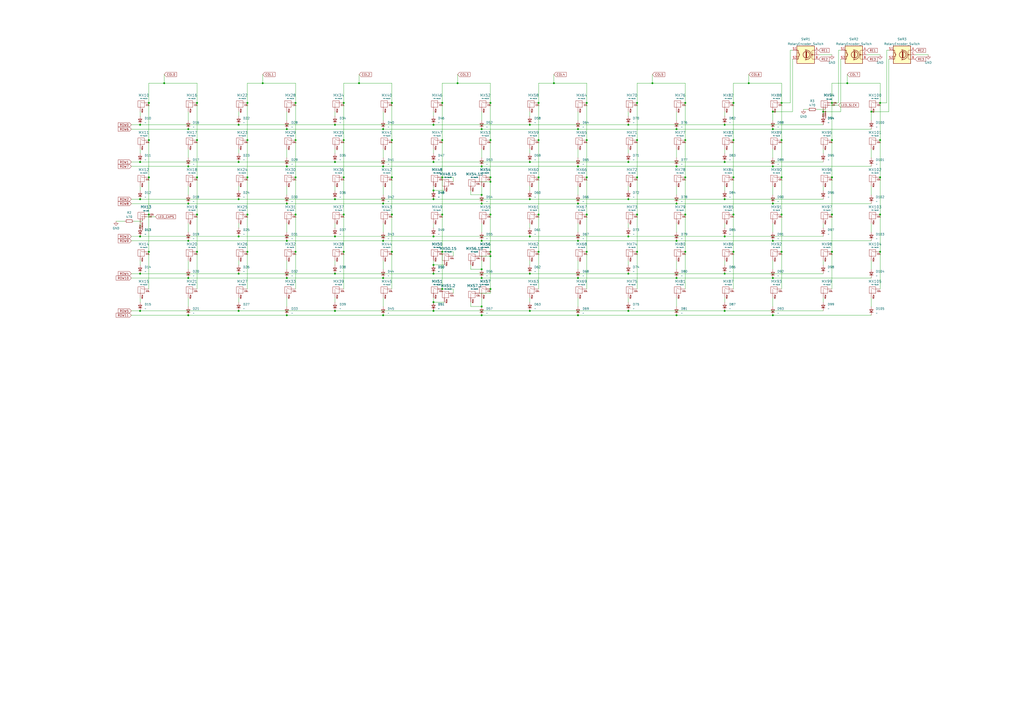
<source format=kicad_sch>
(kicad_sch (version 20231120) (generator "eeschema") (generator_version "8.0")
  (paper "A2")
  (junction (at 378.46 48.26))
  (junction (at 392.43 74.93))
  (junction (at 138.43 72.39))
  (junction (at 199.39 81.28))
  (junction (at 81.28 93.98))
  (junction (at 505.46 64.77))
  (junction (at 420.37 158.75))
  (junction (at 166.37 161.29))
  (junction (at 284.48 59.69))
  (junction (at 279.4 161.29))
  (junction (at 335.28 118.11))
  (junction (at 482.6 81.28))
  (junction (at 312.42 124.46))
  (junction (at 171.45 146.05))
  (junction (at 477.52 64.77))
  (junction (at 453.39 81.28))
  (junction (at 284.48 167.64))
  (junction (at 227.33 59.69))
  (junction (at 335.28 139.7))
  (junction (at 114.3 124.46))
  (junction (at 425.45 124.46))
  (junction (at 279.4 118.11))
  (junction (at 199.39 102.87))
  (junction (at 448.31 96.52))
  (junction (at 448.31 182.88))
  (junction (at 138.43 180.34))
  (junction (at 284.48 102.87))
  (junction (at 420.37 93.98))
  (junction (at 434.34 48.26))
  (junction (at 109.22 182.88))
  (junction (at 369.57 81.28))
  (junction (at 340.36 102.87))
  (junction (at 166.37 74.93))
  (junction (at 166.37 118.11))
  (junction (at 397.51 81.28))
  (junction (at 222.25 161.29))
  (junction (at 397.51 124.46))
  (junction (at 369.57 102.87))
  (junction (at 392.43 139.7))
  (junction (at 340.36 146.05))
  (junction (at 307.34 180.34))
  (junction (at 364.49 93.98))
  (junction (at 284.48 124.46))
  (junction (at 340.36 81.28))
  (junction (at 321.31 48.26))
  (junction (at 307.34 137.16))
  (junction (at 279.4 177.8))
  (junction (at 143.51 59.69))
  (junction (at 284.48 146.05))
  (junction (at 312.42 102.87))
  (junction (at 171.45 59.69))
  (junction (at 392.43 161.29))
  (junction (at 397.51 59.69))
  (junction (at 222.25 74.93))
  (junction (at 114.3 59.69))
  (junction (at 307.34 158.75))
  (junction (at 335.28 74.93))
  (junction (at 208.28 48.26))
  (junction (at 81.28 158.75))
  (junction (at 425.45 102.87))
  (junction (at 312.42 59.69))
  (junction (at 510.54 146.05))
  (junction (at 482.6 59.69))
  (junction (at 279.4 74.93))
  (junction (at 194.31 180.34))
  (junction (at 199.39 146.05))
  (junction (at 420.37 180.34))
  (junction (at 482.6 124.46))
  (junction (at 86.36 102.87))
  (junction (at 138.43 137.16))
  (junction (at 392.43 118.11))
  (junction (at 510.54 124.46))
  (junction (at 364.49 158.75))
  (junction (at 81.28 72.39))
  (junction (at 453.39 59.69))
  (junction (at 251.46 175.26))
  (junction (at 284.48 105.41))
  (junction (at 397.51 102.87))
  (junction (at 392.43 96.52))
  (junction (at 482.6 146.05))
  (junction (at 222.25 139.7))
  (junction (at 251.46 72.39))
  (junction (at 425.45 59.69))
  (junction (at 256.54 124.46))
  (junction (at 194.31 137.16))
  (junction (at 448.31 74.93))
  (junction (at 335.28 182.88))
  (junction (at 81.28 180.34))
  (junction (at 251.46 93.98))
  (junction (at 335.28 96.52))
  (junction (at 448.31 161.29))
  (junction (at 364.49 137.16))
  (junction (at 138.43 115.57))
  (junction (at 284.48 148.59))
  (junction (at 482.6 102.87))
  (junction (at 448.31 139.7))
  (junction (at 279.4 182.88))
  (junction (at 227.33 124.46))
  (junction (at 251.46 153.67))
  (junction (at 256.54 146.05))
  (junction (at 171.45 81.28))
  (junction (at 420.37 137.16))
  (junction (at 143.51 124.46))
  (junction (at 138.43 158.75))
  (junction (at 227.33 102.87))
  (junction (at 369.57 59.69))
  (junction (at 256.54 81.28))
  (junction (at 312.42 81.28))
  (junction (at 171.45 102.87))
  (junction (at 312.42 146.05))
  (junction (at 227.33 81.28))
  (junction (at 510.54 59.69))
  (junction (at 114.3 102.87))
  (junction (at 86.36 124.46))
  (junction (at 335.28 161.29))
  (junction (at 251.46 158.75))
  (junction (at 109.22 74.93))
  (junction (at 251.46 180.34))
  (junction (at 279.4 156.21))
  (junction (at 227.33 146.05))
  (junction (at 86.36 81.28))
  (junction (at 453.39 124.46))
  (junction (at 109.22 161.29))
  (junction (at 420.37 115.57))
  (junction (at 143.51 102.87))
  (junction (at 364.49 180.34))
  (junction (at 86.36 59.69))
  (junction (at 194.31 115.57))
  (junction (at 364.49 72.39))
  (junction (at 425.45 146.05))
  (junction (at 171.45 124.46))
  (junction (at 86.36 146.05))
  (junction (at 265.43 48.26))
  (junction (at 307.34 72.39))
  (junction (at 222.25 182.88))
  (junction (at 109.22 118.11))
  (junction (at 453.39 102.87))
  (junction (at 453.39 146.05))
  (junction (at 81.28 115.57))
  (junction (at 138.43 93.98))
  (junction (at 166.37 182.88))
  (junction (at 194.31 93.98))
  (junction (at 279.4 139.7))
  (junction (at 420.37 72.39))
  (junction (at 222.25 118.11))
  (junction (at 369.57 124.46))
  (junction (at 114.3 81.28))
  (junction (at 256.54 102.87))
  (junction (at 369.57 146.05))
  (junction (at 194.31 72.39))
  (junction (at 199.39 59.69))
  (junction (at 152.4 48.26))
  (junction (at 109.22 96.52))
  (junction (at 81.28 137.16))
  (junction (at 448.31 118.11))
  (junction (at 307.34 93.98))
  (junction (at 279.4 113.03))
  (junction (at 251.46 110.49))
  (junction (at 397.51 146.05))
  (junction (at 340.36 124.46))
  (junction (at 251.46 137.16))
  (junction (at 166.37 139.7))
  (junction (at 256.54 59.69))
  (junction (at 307.34 115.57))
  (junction (at 510.54 102.87))
  (junction (at 95.25 48.26))
  (junction (at 491.49 48.26))
  (junction (at 194.31 158.75))
  (junction (at 222.25 96.52))
  (junction (at 284.48 81.28))
  (junction (at 448.31 64.77))
  (junction (at 364.49 115.57))
  (junction (at 251.46 115.57))
  (junction (at 425.45 81.28))
  (junction (at 392.43 182.88))
  (junction (at 143.51 146.05))
  (junction (at 143.51 81.28))
  (junction (at 279.4 96.52))
  (junction (at 199.39 124.46))
  (junction (at 166.37 96.52))
  (junction (at 510.54 81.28))
  (junction (at 340.36 59.69))
  (junction (at 114.3 146.05))
  (junction (at 256.54 167.64))
  (junction (at 109.22 139.7))
  (wire (pts (xy 77.47 128.27) (xy 82.55 128.27)))
  (wire (pts (xy 138.43 151.13) (xy 138.43 153.67)))
  (wire (pts (xy 76.2 158.75) (xy 81.28 158.75)))
  (wire (pts (xy 284.48 124.46) (xy 284.48 146.05)))
  (wire (pts (xy 279.4 74.93) (xy 335.28 74.93)))
  (wire (pts (xy 335.28 118.11) (xy 392.43 118.11)))
  (wire (pts (xy 369.57 48.26) (xy 369.57 59.69)))
  (wire (pts (xy 166.37 96.52) (xy 222.25 96.52)))
  (wire (pts (xy 109.22 139.7) (xy 166.37 139.7)))
  (wire (pts (xy 321.31 43.18) (xy 321.31 48.26)))
  (wire (pts (xy 222.25 139.7) (xy 279.4 139.7)))
  (wire (pts (xy 477.52 129.54) (xy 477.52 132.08)))
  (wire (pts (xy 364.49 86.36) (xy 364.49 88.9)))
  (wire (pts (xy 138.43 115.57) (xy 194.31 115.57)))
  (wire (pts (xy 81.28 72.39) (xy 138.43 72.39)))
  (wire (pts (xy 279.4 107.95) (xy 279.4 113.03)))
  (wire (pts (xy 138.43 93.98) (xy 194.31 93.98)))
  (wire (pts (xy 448.31 129.54) (xy 448.31 134.62)))
  (wire (pts (xy 166.37 64.77) (xy 166.37 69.85)))
  (wire (pts (xy 307.34 180.34) (xy 364.49 180.34)))
  (wire (pts (xy 222.25 182.88) (xy 279.4 182.88)))
  (wire (pts (xy 487.68 64.77) (xy 477.52 64.77)))
  (wire (pts (xy 171.45 102.87) (xy 171.45 124.46)))
  (wire (pts (xy 81.28 137.16) (xy 138.43 137.16)))
  (wire (pts (xy 279.4 96.52) (xy 335.28 96.52)))
  (wire (pts (xy 109.22 129.54) (xy 109.22 134.62)))
  (wire (pts (xy 256.54 59.69) (xy 256.54 81.28)))
  (wire (pts (xy 251.46 110.49) (xy 257.81 110.49)))
  (wire (pts (xy 487.68 29.21) (xy 486.41 29.21)))
  (wire (pts (xy 76.2 115.57) (xy 81.28 115.57)))
  (wire (pts (xy 453.39 81.28) (xy 453.39 102.87)))
  (wire (pts (xy 434.34 48.26) (xy 425.45 48.26)))
  (wire (pts (xy 284.48 102.87) (xy 284.48 105.41)))
  (wire (pts (xy 453.39 59.69) (xy 453.39 81.28)))
  (wire (pts (xy 420.37 86.36) (xy 420.37 88.9)))
  (wire (pts (xy 256.54 102.87) (xy 256.54 124.46)))
  (wire (pts (xy 364.49 158.75) (xy 420.37 158.75)))
  (wire (pts (xy 420.37 64.77) (xy 420.37 67.31)))
  (wire (pts (xy 364.49 72.39) (xy 420.37 72.39)))
  (wire (pts (xy 482.6 59.69) (xy 482.6 81.28)))
  (wire (pts (xy 392.43 129.54) (xy 392.43 134.62)))
  (wire (pts (xy 482.6 124.46) (xy 482.6 146.05)))
  (wire (pts (xy 279.4 151.13) (xy 279.4 156.21)))
  (wire (pts (xy 392.43 107.95) (xy 392.43 113.03)))
  (wire (pts (xy 109.22 177.8) (xy 109.22 172.72)))
  (wire (pts (xy 166.37 129.54) (xy 166.37 134.62)))
  (wire (pts (xy 307.34 172.72) (xy 307.34 175.26)))
  (wire (pts (xy 510.54 59.69) (xy 514.35 59.69)))
  (wire (pts (xy 307.34 137.16) (xy 364.49 137.16)))
  (wire (pts (xy 81.28 180.34) (xy 138.43 180.34)))
  (wire (pts (xy 194.31 180.34) (xy 251.46 180.34)))
  (wire (pts (xy 152.4 43.18) (xy 152.4 48.26)))
  (wire (pts (xy 474.98 31.75) (xy 482.6 31.75)))
  (wire (pts (xy 138.43 180.34) (xy 194.31 180.34)))
  (wire (pts (xy 321.31 48.26) (xy 340.36 48.26)))
  (wire (pts (xy 491.49 43.18) (xy 491.49 48.26)))
  (wire (pts (xy 425.45 102.87) (xy 425.45 124.46)))
  (wire (pts (xy 152.4 48.26) (xy 143.51 48.26)))
  (wire (pts (xy 378.46 43.18) (xy 378.46 48.26)))
  (wire (pts (xy 251.46 93.98) (xy 307.34 93.98)))
  (wire (pts (xy 448.31 86.36) (xy 448.31 91.44)))
  (wire (pts (xy 256.54 48.26) (xy 256.54 59.69)))
  (wire (pts (xy 307.34 86.36) (xy 307.34 88.9)))
  (wire (pts (xy 335.28 86.36) (xy 335.28 91.44)))
  (wire (pts (xy 448.31 74.93) (xy 505.46 74.93)))
  (wire (pts (xy 138.43 107.95) (xy 138.43 110.49)))
  (wire (pts (xy 312.42 48.26) (xy 312.42 59.69)))
  (wire (pts (xy 256.54 81.28) (xy 256.54 102.87)))
  (wire (pts (xy 171.45 81.28) (xy 171.45 102.87)))
  (wire (pts (xy 481.33 60.96) (xy 486.41 60.96)))
  (wire (pts (xy 397.51 102.87) (xy 397.51 124.46)))
  (wire (pts (xy 81.28 64.77) (xy 81.28 67.31)))
  (wire (pts (xy 364.49 172.72) (xy 364.49 175.26)))
  (wire (pts (xy 458.47 59.69) (xy 453.39 59.69)))
  (wire (pts (xy 222.25 151.13) (xy 222.25 156.21)))
  (wire (pts (xy 453.39 146.05) (xy 453.39 167.64)))
  (wire (pts (xy 86.36 102.87) (xy 86.36 124.46)))
  (wire (pts (xy 364.49 137.16) (xy 420.37 137.16)))
  (wire (pts (xy 265.43 48.26) (xy 256.54 48.26)))
  (wire (pts (xy 114.3 124.46) (xy 114.3 146.05)))
  (wire (pts (xy 392.43 118.11) (xy 448.31 118.11)))
  (wire (pts (xy 307.34 151.13) (xy 307.34 153.67)))
  (wire (pts (xy 340.36 124.46) (xy 340.36 146.05)))
  (wire (pts (xy 194.31 86.36) (xy 194.31 88.9)))
  (wire (pts (xy 364.49 180.34) (xy 420.37 180.34)))
  (wire (pts (xy 171.45 146.05) (xy 171.45 167.64)))
  (wire (pts (xy 109.22 96.52) (xy 166.37 96.52)))
  (wire (pts (xy 109.22 86.36) (xy 109.22 91.44)))
  (wire (pts (xy 166.37 151.13) (xy 166.37 156.21)))
  (wire (pts (xy 448.31 161.29) (xy 505.46 161.29)))
  (wire (pts (xy 262.89 102.87) (xy 256.54 102.87)))
  (wire (pts (xy 81.28 86.36) (xy 81.28 88.9)))
  (wire (pts (xy 364.49 93.98) (xy 420.37 93.98)))
  (wire (pts (xy 76.2 118.11) (xy 109.22 118.11)))
  (wire (pts (xy 76.2 96.52) (xy 109.22 96.52)))
  (wire (pts (xy 477.52 64.77) (xy 477.52 67.31)))
  (wire (pts (xy 222.25 118.11) (xy 279.4 118.11)))
  (wire (pts (xy 227.33 48.26) (xy 227.33 59.69)))
  (wire (pts (xy 364.49 64.77) (xy 364.49 67.31)))
  (wire (pts (xy 278.13 148.59) (xy 284.48 148.59)))
  (wire (pts (xy 420.37 129.54) (xy 420.37 132.08)))
  (wire (pts (xy 222.25 172.72) (xy 222.25 177.8)))
  (wire (pts (xy 199.39 124.46) (xy 199.39 146.05)))
  (wire (pts (xy 425.45 48.26) (xy 425.45 59.69)))
  (wire (pts (xy 227.33 81.28) (xy 227.33 102.87)))
  (wire (pts (xy 251.46 107.95) (xy 251.46 110.49)))
  (wire (pts (xy 453.39 48.26) (xy 453.39 59.69)))
  (wire (pts (xy 307.34 158.75) (xy 364.49 158.75)))
  (wire (pts (xy 515.62 64.77) (xy 505.46 64.77)))
  (wire (pts (xy 486.41 29.21) (xy 486.41 59.69)))
  (wire (pts (xy 459.74 29.21) (xy 458.47 29.21)))
  (wire (pts (xy 143.51 146.05) (xy 143.51 167.64)))
  (wire (pts (xy 448.31 96.52) (xy 505.46 96.52)))
  (wire (pts (xy 251.46 115.57) (xy 307.34 115.57)))
  (wire (pts (xy 166.37 118.11) (xy 222.25 118.11)))
  (wire (pts (xy 194.31 115.57) (xy 251.46 115.57)))
  (wire (pts (xy 109.22 74.93) (xy 166.37 74.93)))
  (wire (pts (xy 510.54 124.46) (xy 510.54 146.05)))
  (wire (pts (xy 138.43 86.36) (xy 138.43 88.9)))
  (wire (pts (xy 284.48 48.26) (xy 284.48 59.69)))
  (wire (pts (xy 364.49 151.13) (xy 364.49 153.67)))
  (wire (pts (xy 420.37 107.95) (xy 420.37 110.49)))
  (wire (pts (xy 86.36 48.26) (xy 86.36 59.69)))
  (wire (pts (xy 369.57 81.28) (xy 369.57 102.87)))
  (wire (pts (xy 420.37 172.72) (xy 420.37 175.26)))
  (wire (pts (xy 477.52 151.13) (xy 477.52 153.67)))
  (wire (pts (xy 335.28 96.52) (xy 392.43 96.52)))
  (wire (pts (xy 392.43 96.52) (xy 448.31 96.52)))
  (wire (pts (xy 279.4 129.54) (xy 279.4 134.62)))
  (wire (pts (xy 364.49 115.57) (xy 420.37 115.57)))
  (wire (pts (xy 76.2 182.88) (xy 109.22 182.88)))
  (wire (pts (xy 138.43 172.72) (xy 138.43 175.26)))
  (wire (pts (xy 482.6 146.05) (xy 482.6 167.64)))
  (wire (pts (xy 227.33 102.87) (xy 227.33 124.46)))
  (wire (pts (xy 194.31 137.16) (xy 251.46 137.16)))
  (wire (pts (xy 171.45 59.69) (xy 171.45 81.28)))
  (wire (pts (xy 166.37 74.93) (xy 222.25 74.93)))
  (wire (pts (xy 67.31 128.27) (xy 72.39 128.27)))
  (wire (pts (xy 312.42 146.05) (xy 312.42 167.64)))
  (wire (pts (xy 222.25 86.36) (xy 222.25 91.44)))
  (wire (pts (xy 510.54 81.28) (xy 510.54 102.87)))
  (wire (pts (xy 278.13 170.18) (xy 284.48 170.18)))
  (wire (pts (xy 335.28 64.77) (xy 335.28 69.85)))
  (wire (pts (xy 279.4 86.36) (xy 279.4 91.44)))
  (wire (pts (xy 194.31 158.75) (xy 251.46 158.75)))
  (wire (pts (xy 265.43 43.18) (xy 265.43 48.26)))
  (wire (pts (xy 208.28 48.26) (xy 227.33 48.26)))
  (wire (pts (xy 502.92 31.75) (xy 510.54 31.75)))
  (wire (pts (xy 81.28 151.13) (xy 81.28 153.67)))
  (wire (pts (xy 514.35 29.21) (xy 514.35 59.69)))
  (wire (pts (xy 530.86 31.75) (xy 538.48 31.75)))
  (wire (pts (xy 307.34 72.39) (xy 364.49 72.39)))
  (wire (pts (xy 222.25 64.77) (xy 222.25 69.85)))
  (wire (pts (xy 369.57 59.69) (xy 369.57 81.28)))
  (wire (pts (xy 109.22 151.13) (xy 109.22 156.21)))
  (wire (pts (xy 76.2 74.93) (xy 109.22 74.93)))
  (wire (pts (xy 459.74 64.77) (xy 448.31 64.77)))
  (wire (pts (xy 473.71 63.5) (xy 478.79 63.5)))
  (wire (pts (xy 256.54 124.46) (xy 256.54 146.05)))
  (wire (pts (xy 420.37 151.13) (xy 420.37 153.67)))
  (wire (pts (xy 138.43 72.39) (xy 194.31 72.39)))
  (wire (pts (xy 194.31 129.54) (xy 194.31 132.08)))
  (wire (pts (xy 76.2 137.16) (xy 81.28 137.16)))
  (wire (pts (xy 453.39 124.46) (xy 453.39 146.05)))
  (wire (pts (xy 138.43 158.75) (xy 194.31 158.75)))
  (wire (pts (xy 487.68 34.29) (xy 487.68 64.77)))
  (wire (pts (xy 194.31 72.39) (xy 251.46 72.39)))
  (wire (pts (xy 222.25 161.29) (xy 279.4 161.29)))
  (wire (pts (xy 81.28 158.75) (xy 138.43 158.75)))
  (wire (pts (xy 482.6 102.87) (xy 482.6 124.46)))
  (wire (pts (xy 262.89 148.59) (xy 262.89 146.05)))
  (wire (pts (xy 335.28 182.88) (xy 392.43 182.88)))
  (wire (pts (xy 262.89 167.64) (xy 256.54 167.64)))
  (wire (pts (xy 335.28 139.7) (xy 392.43 139.7)))
  (wire (pts (xy 222.25 96.52) (xy 279.4 96.52)))
  (wire (pts (xy 251.46 129.54) (xy 251.46 132.08)))
  (wire (pts (xy 448.31 156.21) (xy 448.31 151.13)))
  (wire (pts (xy 81.28 93.98) (xy 138.43 93.98)))
  (wire (pts (xy 279.4 139.7) (xy 335.28 139.7)))
  (wire (pts (xy 86.36 124.46) (xy 86.36 146.05)))
  (wire (pts (xy 491.49 48.26) (xy 482.6 48.26)))
  (wire (pts (xy 199.39 146.05) (xy 199.39 167.64)))
  (wire (pts (xy 448.31 107.95) (xy 448.31 113.03)))
  (wire (pts (xy 284.48 59.69) (xy 284.48 81.28)))
  (wire (pts (xy 448.31 177.8) (xy 448.31 172.72)))
  (wire (pts (xy 109.22 64.77) (xy 109.22 69.85)))
  (wire (pts (xy 458.47 29.21) (xy 458.47 59.69)))
  (wire (pts (xy 85.09 125.73) (xy 90.17 125.73)))
  (wire (pts (xy 251.46 64.77) (xy 251.46 67.31)))
  (wire (pts (xy 312.42 102.87) (xy 312.42 124.46)))
  (wire (pts (xy 397.51 124.46) (xy 397.51 146.05)))
  (wire (pts (xy 227.33 59.69) (xy 227.33 81.28)))
  (wire (pts (xy 335.28 161.29) (xy 392.43 161.29)))
  (wire (pts (xy 369.57 102.87) (xy 369.57 124.46)))
  (wire (pts (xy 138.43 129.54) (xy 138.43 132.08)))
  (wire (pts (xy 227.33 124.46) (xy 227.33 146.05)))
  (wire (pts (xy 369.57 146.05) (xy 369.57 167.64)))
  (wire (pts (xy 425.45 81.28) (xy 425.45 102.87)))
  (wire (pts (xy 482.6 48.26) (xy 482.6 59.69)))
  (wire (pts (xy 420.37 115.57) (xy 477.52 115.57)))
  (wire (pts (xy 208.28 43.18) (xy 208.28 48.26)))
  (wire (pts (xy 477.52 172.72) (xy 477.52 175.26)))
  (wire (pts (xy 143.51 124.46) (xy 143.51 146.05)))
  (wire (pts (xy 510.54 102.87) (xy 510.54 124.46)))
  (wire (pts (xy 114.3 59.69) (xy 114.3 81.28)))
  (wire (pts (xy 76.2 180.34) (xy 81.28 180.34)))
  (wire (pts (xy 114.3 102.87) (xy 114.3 124.46)))
  (wire (pts (xy 279.4 156.21) (xy 273.05 156.21)))
  (wire (pts (xy 81.28 115.57) (xy 138.43 115.57)))
  (wire (pts (xy 425.45 59.69) (xy 425.45 81.28)))
  (wire (pts (xy 420.37 137.16) (xy 477.52 137.16)))
  (wire (pts (xy 392.43 64.77) (xy 392.43 69.85)))
  (wire (pts (xy 251.46 72.39) (xy 307.34 72.39)))
  (wire (pts (xy 397.51 59.69) (xy 397.51 81.28)))
  (wire (pts (xy 95.25 48.26) (xy 86.36 48.26)))
  (wire (pts (xy 392.43 139.7) (xy 448.31 139.7)))
  (wire (pts (xy 194.31 172.72) (xy 194.31 175.26)))
  (wire (pts (xy 194.31 151.13) (xy 194.31 153.67)))
  (wire (pts (xy 486.41 59.69) (xy 482.6 59.69)))
  (wire (pts (xy 477.52 86.36) (xy 477.52 88.9)))
  (wire (pts (xy 251.46 86.36) (xy 251.46 88.9)))
  (wire (pts (xy 397.51 146.05) (xy 397.51 167.64)))
  (wire (pts (xy 143.51 81.28) (xy 143.51 102.87)))
  (wire (pts (xy 166.37 182.88) (xy 222.25 182.88)))
  (wire (pts (xy 76.2 72.39) (xy 81.28 72.39)))
  (wire (pts (xy 505.46 107.95) (xy 505.46 113.03)))
  (wire (pts (xy 208.28 48.26) (xy 199.39 48.26)))
  (wire (pts (xy 340.36 59.69) (xy 340.36 81.28)))
  (wire (pts (xy 307.34 110.49) (xy 307.34 107.95)))
  (wire (pts (xy 222.25 107.95) (xy 222.25 113.03)))
  (wire (pts (xy 307.34 93.98) (xy 364.49 93.98)))
  (wire (pts (xy 340.36 146.05) (xy 340.36 167.64)))
  (wire (pts (xy 448.31 64.77) (xy 448.31 69.85)))
  (wire (pts (xy 279.4 177.8) (xy 273.05 177.8)))
  (wire (pts (xy 505.46 129.54) (xy 505.46 134.62)))
  (wire (pts (xy 194.31 64.77) (xy 194.31 67.31)))
  (wire (pts (xy 307.34 115.57) (xy 364.49 115.57)))
  (wire (pts (xy 392.43 172.72) (xy 392.43 177.8)))
  (wire (pts (xy 477.52 107.95) (xy 477.52 110.49)))
  (wire (pts (xy 262.89 170.18) (xy 262.89 167.64)))
  (wire (pts (xy 420.37 93.98) (xy 477.52 93.98)))
  (wire (pts (xy 392.43 74.93) (xy 448.31 74.93)))
  (wire (pts (xy 392.43 86.36) (xy 392.43 91.44)))
  (wire (pts (xy 448.31 118.11) (xy 505.46 118.11)))
  (wire (pts (xy 434.34 48.26) (xy 453.39 48.26)))
  (wire (pts (xy 251.46 151.13) (xy 251.46 153.67)))
  (wire (pts (xy 95.25 43.18) (xy 95.25 48.26)))
  (wire (pts (xy 194.31 107.95) (xy 194.31 110.49)))
  (wire (pts (xy 491.49 48.26) (xy 510.54 48.26)))
  (wire (pts (xy 166.37 86.36) (xy 166.37 91.44)))
  (wire (pts (xy 143.51 59.69) (xy 143.51 81.28)))
  (wire (pts (xy 515.62 34.29) (xy 515.62 64.77)))
  (wire (pts (xy 279.4 118.11) (xy 335.28 118.11)))
  (wire (pts (xy 420.37 72.39) (xy 477.52 72.39)))
  (wire (pts (xy 279.4 64.77) (xy 279.4 69.85)))
  (wire (pts (xy 340.36 102.87) (xy 340.36 124.46)))
  (wire (pts (xy 227.33 146.05) (xy 227.33 167.64)))
  (wire (pts (xy 453.39 102.87) (xy 453.39 124.46)))
  (wire (pts (xy 273.05 110.49) (xy 273.05 113.03)))
  (wire (pts (xy 284.48 148.59) (xy 284.48 167.64)))
  (wire (pts (xy 284.48 170.18) (xy 284.48 167.64)))
  (wire (pts (xy 434.34 43.18) (xy 434.34 48.26)))
  (wire (pts (xy 273.05 153.67) (xy 273.05 156.21)))
  (wire (pts (xy 340.36 81.28) (xy 340.36 102.87)))
  (wire (pts (xy 321.31 48.26) (xy 312.42 48.26)))
  (wire (pts (xy 335.28 172.72) (xy 335.28 177.8)))
  (wire (pts (xy 397.51 48.26) (xy 397.51 59.69)))
  (wire (pts (xy 335.28 151.13) (xy 335.28 156.21)))
  (wire (pts (xy 251.46 180.34) (xy 307.34 180.34)))
  (wire (pts (xy 143.51 102.87) (xy 143.51 124.46)))
  (wire (pts (xy 378.46 48.26) (xy 397.51 48.26)))
  (wire (pts (xy 251.46 158.75) (xy 307.34 158.75)))
  (wire (pts (xy 369.57 124.46) (xy 369.57 146.05)))
  (wire (pts (xy 109.22 182.88) (xy 166.37 182.88)))
  (wire (pts (xy 482.6 81.28) (xy 482.6 102.87)))
  (wire (pts (xy 515.62 29.21) (xy 514.35 29.21)))
  (wire (pts (xy 199.39 48.26) (xy 199.39 59.69)))
  (wire (pts (xy 171.45 124.46) (xy 171.45 146.05)))
  (wire (pts (xy 284.48 146.05) (xy 284.48 148.59)))
  (wire (pts (xy 251.46 175.26) (xy 257.81 175.26)))
  (wire (pts (xy 86.36 81.28) (xy 86.36 102.87)))
  (wire (pts (xy 76.2 139.7) (xy 109.22 139.7)))
  (wire (pts (xy 81.28 172.72) (xy 81.28 175.26)))
  (wire (pts (xy 425.45 146.05) (xy 425.45 167.64)))
  (wire (pts (xy 448.31 182.88) (xy 505.46 182.88)))
  (wire (pts (xy 222.25 74.93) (xy 279.4 74.93)))
  (wire (pts (xy 265.43 48.26) (xy 284.48 48.26)))
  (wire (pts (xy 459.74 34.29) (xy 459.74 64.77)))
  (wire (pts (xy 279.4 161.29) (xy 335.28 161.29)))
  (wire (pts (xy 392.43 161.29) (xy 448.31 161.29)))
  (wire (pts (xy 171.45 48.26) (xy 171.45 59.69)))
  (wire (pts (xy 251.46 172.72) (xy 251.46 175.26)))
  (wire (pts (xy 279.4 172.72) (xy 279.4 177.8)))
  (wire (pts (xy 335.28 74.93) (xy 392.43 74.93)))
  (wire (pts (xy 194.31 93.98) (xy 251.46 93.98)))
  (wire (pts (xy 109.22 107.95) (xy 109.22 113.03)))
  (wire (pts (xy 86.36 59.69) (xy 86.36 81.28)))
  (wire (pts (xy 278.13 105.41) (xy 284.48 105.41)))
  (wire (pts (xy 166.37 172.72) (xy 166.37 177.8)))
  (wire (pts (xy 307.34 64.77) (xy 307.34 67.31)))
  (wire (pts (xy 364.49 107.95) (xy 364.49 110.49)))
  (wire (pts (xy 109.22 118.11) (xy 166.37 118.11)))
  (wire (pts (xy 364.49 129.54) (xy 364.49 132.08)))
  (wire (pts (xy 251.46 137.16) (xy 307.34 137.16)))
  (wire (pts (xy 199.39 81.28) (xy 199.39 102.87)))
  (wire (pts (xy 114.3 146.05) (xy 114.3 167.64)))
  (wire (pts (xy 448.31 139.7) (xy 505.46 139.7)))
  (wire (pts (xy 505.46 64.77) (xy 505.46 69.85)))
  (wire (pts (xy 166.37 107.95) (xy 166.37 113.03)))
  (wire (pts (xy 76.2 161.29) (xy 109.22 161.29)))
  (wire (pts (xy 420.37 180.34) (xy 477.52 180.34)))
  (wire (pts (xy 152.4 48.26) (xy 171.45 48.26)))
  (wire (pts (xy 392.43 182.88) (xy 448.31 182.88)))
  (wire (pts (xy 273.05 175.26) (xy 273.05 177.8)))
  (wire (pts (xy 312.42 81.28) (xy 312.42 102.87)))
  (wire (pts (xy 222.25 129.54) (xy 222.25 134.62)))
  (wire (pts (xy 425.45 124.46) (xy 425.45 146.05)))
  (wire (pts (xy 114.3 48.26) (xy 114.3 59.69)))
  (wire (pts (xy 510.54 146.05) (xy 510.54 167.64)))
  (wire (pts (xy 199.39 59.69) (xy 199.39 81.28)))
  (wire (pts (xy 81.28 129.54) (xy 81.28 132.08)))
  (wire (pts (xy 510.54 48.26) (xy 510.54 59.69)))
  (wire (pts (xy 312.42 59.69) (xy 312.42 81.28)))
  (wire (pts (xy 81.28 107.95) (xy 81.28 110.49)))
  (wire (pts (xy 420.37 158.75) (xy 477.52 158.75)))
  (wire (pts (xy 378.46 48.26) (xy 369.57 48.26)))
  (wire (pts (xy 397.51 81.28) (xy 397.51 102.87)))
  (wire (pts (xy 279.4 182.88) (xy 335.28 182.88)))
  (wire (pts (xy 312.42 124.46) (xy 312.42 146.05)))
  (wire (pts (xy 466.09 63.5) (xy 468.63 63.5)))
  (wire (pts (xy 109.22 161.29) (xy 166.37 161.29)))
  (wire (pts (xy 138.43 64.77) (xy 138.43 67.31)))
  (wire (pts (xy 86.36 146.05) (xy 86.36 167.64)))
  (wire (pts (xy 307.34 132.08) (xy 307.34 129.54)))
  (wire (pts (xy 199.39 102.87) (xy 199.39 124.46)))
  (wire (pts (xy 505.46 151.13) (xy 505.46 156.21)))
  (wire (pts (xy 335.28 129.54) (xy 335.28 134.62)))
  (wire (pts (xy 166.37 139.7) (xy 222.25 139.7)))
  (wire (pts (xy 510.54 59.69) (xy 510.54 81.28)))
  (wire (pts (xy 257.81 153.67) (xy 251.46 153.67)))
  (wire (pts (xy 262.89 105.41) (xy 262.89 102.87)))
  (wire (pts (xy 284.48 105.41) (xy 284.48 124.46)))
  (wire (pts (xy 166.37 161.29) (xy 222.25 161.29)))
  (wire (pts (xy 392.43 151.13) (xy 392.43 156.21)))
  (wire (pts (xy 284.48 81.28) (xy 284.48 102.87)))
  (wire (pts (xy 256.54 146.05) (xy 256.54 167.64)))
  (wire (pts (xy 335.28 107.95) (xy 335.28 113.03)))
  (wire (pts (xy 76.2 93.98) (xy 81.28 93.98)))
  (wire (pts (xy 114.3 81.28) (xy 114.3 102.87)))
  (wire (pts (xy 340.36 48.26) (xy 340.36 59.69)))
  (wire (pts (xy 138.43 137.16) (xy 194.31 137.16)))
  (wire (pts (xy 262.89 146.05) (xy 256.54 146.05)))
  (wire (pts (xy 143.51 48.26) (xy 143.51 59.69)))
  (wire (pts (xy 505.46 86.36) (xy 505.46 91.44)))
  (wire (pts (xy 279.4 113.03) (xy 273.05 113.03)))
  (wire (pts (xy 505.46 172.72) (xy 505.46 177.8)))
  (wire (pts (xy 95.25 48.26) (xy 114.3 48.26)))
  (global_label "COL4" (shape input) (at 321.31 43.18 0) (property "Intersheetrefs" "${INTERSHEET_REFS}" (effects (hide yes))))
  (global_label "ROW11" (shape input) (at 76.2 182.88 180) (property "Intersheetrefs" "${INTERSHEET_REFS}" (effects (hide yes))))
  (global_label "COL1" (shape input) (at 152.4 43.18 0) (property "Intersheetrefs" "${INTERSHEET_REFS}" (effects (hide yes))))
  (global_label "RE3" (shape input) (at 530.86 34.29 0) (property "Intersheetrefs" "${INTERSHEET_REFS}" (effects (hide yes))))
  (global_label "COL7" (shape input) (at 491.49 43.18 0) (property "Intersheetrefs" "${INTERSHEET_REFS}" (effects (hide yes))))
  (global_label "ROW1" (shape input) (at 76.2 93.98 180) (property "Intersheetrefs" "${INTERSHEET_REFS}" (effects (hide yes))))
  (global_label "LED_CAPS" (shape input) (at 90.17 125.73 0) (property "Intersheetrefs" "${INTERSHEET_REFS}" (effects (hide yes))))
  (global_label "ROW10" (shape input) (at 76.2 161.29 180) (property "Intersheetrefs" "${INTERSHEET_REFS}" (effects (hide yes))))
  (global_label "ROW2" (shape input) (at 76.2 115.57 180) (property "Intersheetrefs" "${INTERSHEET_REFS}" (effects (hide yes))))
  (global_label "ROW7" (shape input) (at 76.2 96.52 180) (property "Intersheetrefs" "${INTERSHEET_REFS}" (effects (hide yes))))
  (global_label "LED_SLCK" (shape input) (at 486.41 60.96 0) (property "Intersheetrefs" "${INTERSHEET_REFS}" (effects (hide yes))))
  (global_label "COL3" (shape input) (at 265.43 43.18 0) (property "Intersheetrefs" "${INTERSHEET_REFS}" (effects (hide yes))))
  (global_label "ROW0" (shape input) (at 76.2 72.39 180) (property "Intersheetrefs" "${INTERSHEET_REFS}" (effects (hide yes))))
  (global_label "COL2" (shape input) (at 208.28 43.18 0) (property "Intersheetrefs" "${INTERSHEET_REFS}" (effects (hide yes))))
  (global_label "RE2" (shape input) (at 474.98 34.29 0) (property "Intersheetrefs" "${INTERSHEET_REFS}" (effects (hide yes))))
  (global_label "RE3" (shape input) (at 502.92 34.29 0) (property "Intersheetrefs" "${INTERSHEET_REFS}" (effects (hide yes))))
  (global_label "ROW4" (shape input) (at 76.2 158.75 180) (property "Intersheetrefs" "${INTERSHEET_REFS}" (effects (hide yes))))
  (global_label "COL5" (shape input) (at 378.46 43.18 0) (property "Intersheetrefs" "${INTERSHEET_REFS}" (effects (hide yes))))
  (global_label "ROW3" (shape input) (at 76.2 137.16 180) (property "Intersheetrefs" "${INTERSHEET_REFS}" (effects (hide yes))))
  (global_label "ROW9" (shape input) (at 76.2 139.7 180) (property "Intersheetrefs" "${INTERSHEET_REFS}" (effects (hide yes))))
  (global_label "RE1" (shape input) (at 502.92 29.21 0) (property "Intersheetrefs" "${INTERSHEET_REFS}" (effects (hide yes))))
  (global_label "RE2" (shape input) (at 530.86 29.21 0) (property "Intersheetrefs" "${INTERSHEET_REFS}" (effects (hide yes))))
  (global_label "ROW6" (shape input) (at 76.2 74.93 180) (property "Intersheetrefs" "${INTERSHEET_REFS}" (effects (hide yes))))
  (global_label "COL0" (shape input) (at 95.25 43.18 0) (property "Intersheetrefs" "${INTERSHEET_REFS}" (effects (hide yes))))
  (global_label "COL6" (shape input) (at 434.34 43.18 0) (property "Intersheetrefs" "${INTERSHEET_REFS}" (effects (hide yes))))
  (global_label "RE1" (shape input) (at 474.98 29.21 0) (property "Intersheetrefs" "${INTERSHEET_REFS}" (effects (hide yes))))
  (global_label "ROW5" (shape input) (at 76.2 180.34 180) (property "Intersheetrefs" "${INTERSHEET_REFS}" (effects (hide yes))))
  (global_label "ROW8" (shape input) (at 76.2 118.11 180) (property "Intersheetrefs" "${INTERSHEET_REFS}" (effects (hide yes))))
  (symbol (lib_id "Device:D_Small") (at 81.28 156.21 90) (unit 1)
    (property "Reference" "D14" (at 83.82 154.9399 90) (effects (justify right)))
    (property "Value" "~" (at 83.82 157.4799 90) (effects (justify right)))
    (property "LCSC" "C81598" (effects (hide yes)))
  )
  (symbol (lib_id "MX_Alps_Hybrid:MX-NoLED") (at 167.64 125.73 0) (unit 1)
    (property "Reference" "MX31" (at 168.4782 120.0658 0) (effects (font (size 1.524 1.524))))
    (property "Value" "MX-NoLED" (at 168.4782 121.9454 0) (effects (font (size 0.508 0.508))))
    (property "Footprint" "MX_Only:MXOnly-1U-NoLED" (effects (hide yes)))
  )
  (symbol (lib_id "MX_Alps_Hybrid:MX-NoLED") (at 167.64 168.91 0) (unit 1)
    (property "Reference" "MX33" (at 168.4782 163.2458 0) (effects (font (size 1.524 1.524))))
    (property "Value" "MX-NoLED" (at 168.4782 165.1254 0) (effects (font (size 0.508 0.508))))
    (property "Footprint" "MX_Only:MXOnly-1U-NoLED" (effects (hide yes)))
  )
  (symbol (lib_id "Device:D_Small") (at 335.28 180.34 90) (unit 1)
    (property "Reference" "D69" (at 337.82 179.0699 90) (effects (justify right)))
    (property "Value" "~" (at 337.82 181.6099 90) (effects (justify right)))
    (property "LCSC" "C81598" (effects (hide yes)))
  )
  (symbol (lib_id "MX_Alps_Hybrid:MX-NoLED") (at 280.67 82.55 0) (unit 1)
    (property "Reference" "MX53" (at 281.5082 76.8858 0) (effects (font (size 1.524 1.524))))
    (property "Value" "MX-NoLED" (at 281.5082 78.7654 0) (effects (font (size 0.508 0.508))))
    (property "Footprint" "MX_Only:MXOnly-1U-NoLED" (effects (hide yes)))
  )
  (symbol (lib_id "MX_Alps_Hybrid:MX-NoLED") (at 393.7 60.96 0) (unit 1)
    (property "Reference" "MX76" (at 394.5382 55.2958 0) (effects (font (size 1.524 1.524))))
    (property "Value" "MX-NoLED" (at 394.5382 57.1754 0) (effects (font (size 0.508 0.508))))
    (property "Footprint" "MX_Only:MXOnly-1U-NoLED" (effects (hide yes)))
  )
  (symbol (lib_id "MX_Alps_Hybrid:MX-NoLED") (at 365.76 60.96 0) (unit 1)
    (property "Reference" "MX70" (at 366.5982 55.2958 0) (effects (font (size 1.524 1.524))))
    (property "Value" "MX-NoLED" (at 366.5982 57.1754 0) (effects (font (size 0.508 0.508))))
    (property "Footprint" "MX_Only:MXOnly-1U-NoLED" (effects (hide yes)))
  )
  (symbol (lib_id "Device:D_Small") (at 279.4 93.98 90) (unit 1)
    (property "Reference" "D53" (at 281.94 92.7099 90) (effects (justify right)))
    (property "Value" "~" (at 281.94 95.2499 90) (effects (justify right)))
    (property "LCSC" "C81598" (effects (hide yes)))
  )
  (symbol (lib_id "Device:D_Small") (at 109.22 158.75 90) (unit 1)
    (property "Reference" "D20" (at 111.76 157.4799 90) (effects (justify right)))
    (property "Value" "~" (at 111.76 160.0199 90) (effects (justify right)))
    (property "LCSC" "C81598" (effects (hide yes)))
  )
  (symbol (lib_id "MX_Alps_Hybrid:MX-NoLED") (at 223.52 168.91 0) (unit 1)
    (property "Reference" "MX45" (at 224.3582 163.2458 0) (effects (font (size 1.524 1.524))))
    (property "Value" "MX-NoLED" (at 224.3582 165.1254 0) (effects (font (size 0.508 0.508))))
    (property "Footprint" "MX_Only:MXOnly-1U-NoLED" (effects (hide yes)))
  )
  (symbol (lib_id "MX_Alps_Hybrid:MX-NoLED") (at 274.32 106.68 0) (unit 1)
    (property "Reference" "MX54.15" (at 275.1582 101.0158 0) (effects (font (size 1.524 1.524))))
    (property "Value" "MX-NoLED" (at 275.1582 102.8954 0) (effects (font (size 0.508 0.508))))
    (property "Footprint" "MX_Only:MXOnly-1U-NoLED" (effects (hide yes)))
  )
  (symbol (lib_id "Device:D_Small") (at 279.4 72.39 90) (unit 1)
    (property "Reference" "D52" (at 281.94 71.1199 90) (effects (justify right)))
    (property "Value" "~" (at 281.94 73.6599 90) (effects (justify right)))
    (property "LCSC" "C81598" (effects (hide yes)))
  )
  (symbol (lib_id "Device:D_Small") (at 194.31 156.21 90) (unit 1)
    (property "Reference" "D38" (at 196.85 154.9399 90) (effects (justify right)))
    (property "Value" "~" (at 196.85 157.4799 90) (effects (justify right)))
    (property "LCSC" "C81598" (effects (hide yes)))
  )
  (symbol (lib_id "Device:D_Small") (at 307.34 113.03 90) (unit 1)
    (property "Reference" "D60" (at 309.88 111.7599 90) (effects (justify right)))
    (property "Value" "~" (at 309.88 114.2999 90) (effects (justify right)))
    (property "LCSC" "C81598" (effects (hide yes)))
  )
  (symbol (lib_id "Device:D_Small") (at 505.46 180.34 90) (unit 1)
    (property "Reference" "D105" (at 508 179.0699 90) (effects (justify right)))
    (property "Value" "~" (at 508 181.6099 90) (effects (justify right)))
    (property "LCSC" "C81598" (effects (hide yes)))
  )
  (symbol (lib_id "Device:D_Small") (at 335.28 137.16 90) (unit 1)
    (property "Reference" "D67" (at 337.82 135.8899 90) (effects (justify right)))
    (property "Value" "~" (at 337.82 138.4299 90) (effects (justify right)))
    (property "LCSC" "C81598" (effects (hide yes)))
  )
  (symbol (lib_id "MX_Alps_Hybrid:MX-NoLED") (at 139.7 147.32 0) (unit 1)
    (property "Reference" "MX26" (at 140.5382 141.6558 0) (effects (font (size 1.524 1.524))))
    (property "Value" "MX-NoLED" (at 140.5382 143.5354 0) (effects (font (size 0.508 0.508))))
    (property "Footprint" "MX_Only:MXOnly-1U-NoLED" (effects (hide yes)))
  )
  (symbol (lib_id "MX_Alps_Hybrid:MX-NoLED") (at 139.7 125.73 0) (unit 1)
    (property "Reference" "MX25" (at 140.5382 120.0658 0) (effects (font (size 1.524 1.524))))
    (property "Value" "MX-NoLED" (at 140.5382 121.9454 0) (effects (font (size 0.508 0.508))))
    (property "Footprint" "MX_Only:MXOnly-1U-NoLED" (effects (hide yes)))
  )
  (symbol (lib_id "MX_Alps_Hybrid:MX-NoLED") (at 421.64 125.73 0) (unit 1)
    (property "Reference" "MX85" (at 422.4782 120.0658 0) (effects (font (size 1.524 1.524))))
    (property "Value" "MX-NoLED" (at 422.4782 121.9454 0) (effects (font (size 0.508 0.508))))
    (property "Footprint" "MX_Only:MXOnly-1U-NoLED" (effects (hide yes)))
  )
  (symbol (lib_id "MX_Alps_Hybrid:MX-NoLED") (at 82.55 104.14 0) (unit 1)
    (property "Reference" "MX12" (at 83.3882 98.4758 0) (effects (font (size 1.524 1.524))))
    (property "Value" "MX-NoLED" (at 83.3882 100.3554 0) (effects (font (size 0.508 0.508))))
    (property "Footprint" "MX_Only:MXOnly-1U-NoLED" (effects (hide yes)))
  )
  (symbol (lib_id "Device:D_Small") (at 420.37 69.85 90) (unit 1)
    (property "Reference" "D82" (at 422.91 68.5799 90) (effects (justify right)))
    (property "Value" "~" (at 422.91 71.1199 90) (effects (justify right)))
    (property "LCSC" "C81598" (effects (hide yes)))
  )
  (symbol (lib_id "MX_Alps_Hybrid:MX-NoLED") (at 252.73 82.55 0) (unit 1)
    (property "Reference" "MX47" (at 253.5682 76.8858 0) (effects (font (size 1.524 1.524))))
    (property "Value" "MX-NoLED" (at 253.5682 78.7654 0) (effects (font (size 0.508 0.508))))
    (property "Footprint" "MX_Only:MXOnly-1U-NoLED" (effects (hide yes)))
  )
  (symbol (lib_id "MX_Alps_Hybrid:MX-NoLED") (at 110.49 82.55 0) (unit 1)
    (property "Reference" "MX17" (at 111.3282 76.8858 0) (effects (font (size 1.524 1.524))))
    (property "Value" "MX-NoLED" (at 111.3282 78.7654 0) (effects (font (size 0.508 0.508))))
    (property "Footprint" "MX_Only:MXOnly-1U-NoLED" (effects (hide yes)))
  )
  (symbol (lib_id "Device:D_Small") (at 279.4 137.16 90) (unit 1)
    (property "Reference" "D55" (at 281.94 135.8899 90) (effects (justify right)))
    (property "Value" "~" (at 281.94 138.4299 90) (effects (justify right)))
    (property "LCSC" "C81598" (effects (hide yes)))
  )
  (symbol (lib_id "MX_Alps_Hybrid:MX-NoLED") (at 280.67 125.73 0) (unit 1)
    (property "Reference" "MX55" (at 281.5082 120.0658 0) (effects (font (size 1.524 1.524))))
    (property "Value" "MX-NoLED" (at 281.5082 121.9454 0) (effects (font (size 0.508 0.508))))
    (property "Footprint" "MX_Only:MXOnly-1U-NoLED" (effects (hide yes)))
  )
  (symbol (lib_id "MX_Alps_Hybrid:MX-NoLED") (at 223.52 125.73 0) (unit 1)
    (property "Reference" "MX43" (at 224.3582 120.0658 0) (effects (font (size 1.524 1.524))))
    (property "Value" "MX-NoLED" (at 224.3582 121.9454 0) (effects (font (size 0.508 0.508))))
    (property "Footprint" "MX_Only:MXOnly-1U-NoLED" (effects (hide yes)))
  )
  (symbol (lib_id "MX_Alps_Hybrid:MX-NoLED") (at 308.61 104.14 0) (unit 1)
    (property "Reference" "MX60" (at 309.4482 98.4758 0) (effects (font (size 1.524 1.524))))
    (property "Value" "MX-NoLED" (at 309.4482 100.3554 0) (effects (font (size 0.508 0.508))))
    (property "Footprint" "MX_Only:MXOnly-1U-NoLED" (effects (hide yes)))
  )
  (symbol (lib_id "Device:D_Small") (at 166.37 72.39 90) (unit 1)
    (property "Reference" "D28" (at 168.91 71.1199 90) (effects (justify right)))
    (property "Value" "~" (at 168.91 73.6599 90) (effects (justify right)))
    (property "LCSC" "C81598" (effects (hide yes)))
  )
  (symbol (lib_id "MX_Alps_Hybrid:MX-LED") (at 478.79 60.96 0) (unit 1)
    (property "Reference" "MX94" (at 480.9456 55.2664 0) (effects (font (size 1.524 1.524))))
    (property "Value" "MX-LED" (at 480.9456 57.537 0) (effects (font (size 0.508 0.508))))
  )
  (symbol (lib_id "MX_Alps_Hybrid:MX-NoLED") (at 82.55 82.55 0) (unit 1)
    (property "Reference" "MX11" (at 83.3882 76.8858 0) (effects (font (size 1.524 1.524))))
    (property "Value" "MX-NoLED" (at 83.3882 78.7654 0) (effects (font (size 0.508 0.508))))
    (property "Footprint" "MX_Only:MXOnly-1U-NoLED" (effects (hide yes)))
  )
  (symbol (lib_id "MX_Alps_Hybrid:MX-NoLED") (at 139.7 82.55 0) (unit 1)
    (property "Reference" "MX23" (at 140.5382 76.8858 0) (effects (font (size 1.524 1.524))))
    (property "Value" "MX-NoLED" (at 140.5382 78.7654 0) (effects (font (size 0.508 0.508))))
    (property "Footprint" "MX_Only:MXOnly-1U-NoLED" (effects (hide yes)))
  )
  (symbol (lib_id "Device:D_Small") (at 109.22 137.16 90) (unit 1)
    (property "Reference" "D19" (at 111.76 135.8899 90) (effects (justify right)))
    (property "Value" "~" (at 111.76 138.4299 90) (effects (justify right)))
    (property "LCSC" "C81598" (effects (hide yes)))
  )
  (symbol (lib_id "MX_Alps_Hybrid:MX-NoLED") (at 393.7 82.55 0) (unit 1)
    (property "Reference" "MX77" (at 394.5382 76.8858 0) (effects (font (size 1.524 1.524))))
    (property "Value" "MX-NoLED" (at 394.5382 78.7654 0) (effects (font (size 0.508 0.508))))
    (property "Footprint" "MX_Only:MXOnly-1U-NoLED" (effects (hide yes)))
  )
  (symbol (lib_id "Device:D_Small") (at 109.22 115.57 90) (unit 1)
    (property "Reference" "D18" (at 111.76 114.2999 90) (effects (justify right)))
    (property "Value" "~" (at 111.76 116.8399 90) (effects (justify right)))
    (property "LCSC" "C81598" (effects (hide yes)))
  )
  (symbol (lib_id "Device:D_Small") (at 279.4 158.75 90) (unit 1)
    (property "Reference" "D56" (at 281.94 157.4799 90) (effects (justify right)))
    (property "Value" "~" (at 281.94 160.0199 90) (effects (justify right)))
    (property "LCSC" "C81598" (effects (hide yes)))
  )
  (symbol (lib_id "MX_Alps_Hybrid:MX-NoLED") (at 506.73 147.32 0) (unit 1)
    (property "Reference" "MX104" (at 507.5682 141.6558 0) (effects (font (size 1.524 1.524))))
    (property "Value" "MX-NoLED" (at 507.5682 143.5354 0) (effects (font (size 0.508 0.508))))
    (property "Footprint" "MX_Only:MXOnly-1U-NoLED" (effects (hide yes)))
  )
  (symbol (lib_id "MX_Alps_Hybrid:MX-NoLED") (at 252.73 147.32 0) (unit 1)
    (property "Reference" "MX50" (at 253.5682 141.6558 0) (effects (font (size 1.524 1.524))))
    (property "Value" "MX-NoLED" (at 253.5682 143.5354 0) (effects (font (size 0.508 0.508))))
    (property "Footprint" "MX_Only:MXOnly-1U-NoLED" (effects (hide yes)))
  )
  (symbol (lib_id "MX_Alps_Hybrid:MX-NoLED") (at 365.76 147.32 0) (unit 1)
    (property "Reference" "MX74" (at 366.5982 141.6558 0) (effects (font (size 1.524 1.524))))
    (property "Value" "MX-NoLED" (at 366.5982 143.5354 0) (effects (font (size 0.508 0.508))))
    (property "Footprint" "MX_Only:MXOnly-1U-NoLED" (effects (hide yes)))
  )
  (symbol (lib_id "MX_Alps_Hybrid:MX-NoLED") (at 280.67 168.91 0) (unit 1)
    (property "Reference" "MX57" (at 281.5082 163.2458 0) (effects (font (size 1.524 1.524))))
    (property "Value" "MX-NoLED" (at 281.5082 165.1254 0) (effects (font (size 0.508 0.508))))
    (property "Footprint" "MX_Only:MXOnly-1U-NoLED" (effects (hide yes)))
  )
  (symbol (lib_id "Device:D_Small") (at 448.31 137.16 90) (unit 1)
    (property "Reference" "D91" (at 450.85 135.8899 90) (effects (justify right)))
    (property "Value" "~" (at 450.85 138.4299 90) (effects (justify right)))
    (property "LCSC" "C81598" (effects (hide yes)))
  )
  (symbol (lib_id "Device:D_Small") (at 477.52 134.62 90) (unit 1)
    (property "Reference" "D97" (at 480.06 133.3499 90) (effects (justify right)))
    (property "Value" "~" (at 480.06 135.8899 90) (effects (justify right)))
    (property "LCSC" "C81598" (effects (hide yes)))
  )
  (symbol (lib_id "power:GND") (at 482.6 31.75 0) (mirror y) (unit 1)
    (property "Reference" "#PWR018" (effects (hide yes)))
    (property "Value" "GND" (at 482.6 36.3125 0))
  )
  (symbol (lib_id "Device:D_Small") (at 307.34 69.85 90) (unit 1)
    (property "Reference" "D58" (at 309.88 68.5799 90) (effects (justify right)))
    (property "Value" "~" (at 309.88 71.1199 90) (effects (justify right)))
    (property "LCSC" "C81598" (effects (hide yes)))
  )
  (symbol (lib_id "MX_Alps_Hybrid:MX-NoLED") (at 252.73 104.14 0) (unit 1)
    (property "Reference" "MX48" (at 253.5682 98.4758 0) (effects (font (size 1.524 1.524))))
    (property "Value" "MX-NoLED" (at 253.5682 100.3554 0) (effects (font (size 0.508 0.508))))
    (property "Footprint" "MX_Only:MXOnly-1U-NoLED" (effects (hide yes)))
  )
  (symbol (lib_id "MX_Alps_Hybrid:MX-NoLED") (at 506.73 168.91 0) (unit 1)
    (property "Reference" "MX105" (at 507.5682 163.2458 0) (effects (font (size 1.524 1.524))))
    (property "Value" "MX-NoLED" (at 507.5682 165.1254 0) (effects (font (size 0.508 0.508))))
    (property "Footprint" "MX_Only:MXOnly-1U-NoLED" (effects (hide yes)))
  )
  (symbol (lib_id "Device:D_Small") (at 222.25 158.75 90) (unit 1)
    (property "Reference" "D44" (at 224.79 157.4799 90) (effects (justify right)))
    (property "Value" "~" (at 224.79 160.0199 90) (effects (justify right)))
    (property "LCSC" "C81598" (effects (hide yes)))
  )
  (symbol (lib_id "MX_Alps_Hybrid:MX-NoLED") (at 252.73 60.96 0) (unit 1)
    (property "Reference" "MX46" (at 253.5682 55.2958 0) (effects (font (size 1.524 1.524))))
    (property "Value" "MX-NoLED" (at 253.5682 57.1754 0) (effects (font (size 0.508 0.508))))
    (property "Footprint" "MX_Only:MXOnly-1U-NoLED" (effects (hide yes)))
  )
  (symbol (lib_id "Device:D_Small") (at 251.46 177.8 90) (unit 1)
    (property "Reference" "D51" (at 254 176.5299 90) (effects (justify right)))
    (property "Value" "~" (at 254 179.0699 90) (effects (justify right)))
    (property "LCSC" "C81598" (effects (hide yes)))
  )
  (symbol (lib_id "Device:D_Small") (at 505.46 93.98 90) (unit 1)
    (property "Reference" "D101" (at 508 92.7099 90) (effects (justify right)))
    (property "Value" "~" (at 508 95.2499 90) (effects (justify right)))
    (property "LCSC" "C81598" (effects (hide yes)))
  )
  (symbol (lib_id "Device:D_Small") (at 194.31 134.62 90) (unit 1)
    (property "Reference" "D37" (at 196.85 133.3499 90) (effects (justify right)))
    (property "Value" "~" (at 196.85 135.8899 90) (effects (justify right)))
    (property "LCSC" "C81598" (effects (hide yes)))
  )
  (symbol (lib_id "MX_Alps_Hybrid:MX-NoLED") (at 308.61 168.91 0) (unit 1)
    (property "Reference" "MX63" (at 309.4482 163.2458 0) (effects (font (size 1.524 1.524))))
    (property "Value" "MX-NoLED" (at 309.4482 165.1254 0) (effects (font (size 0.508 0.508))))
    (property "Footprint" "MX_Only:MXOnly-1U-NoLED" (effects (hide yes)))
  )
  (symbol (lib_id "Device:D_Small") (at 477.52 177.8 90) (unit 1)
    (property "Reference" "D99" (at 480.06 176.5299 90) (effects (justify right)))
    (property "Value" "~" (at 480.06 179.0699 90) (effects (justify right)))
    (property "LCSC" "C81598" (effects (hide yes)))
  )
  (symbol (lib_id "Device:D_Small") (at 222.25 72.39 90) (unit 1)
    (property "Reference" "D40" (at 224.79 71.1199 90) (effects (justify right)))
    (property "Value" "~" (at 224.79 73.6599 90) (effects (justify right)))
    (property "LCSC" "C81598" (effects (hide yes)))
  )
  (symbol (lib_id "Device:D_Small") (at 448.31 158.75 90) (unit 1)
    (property "Reference" "D92" (at 450.85 157.4799 90) (effects (justify right)))
    (property "Value" "~" (at 450.85 160.0199 90) (effects (justify right)))
    (property "LCSC" "C81598" (effects (hide yes)))
  )
  (symbol (lib_id "MX_Alps_Hybrid:MX-NoLED") (at 449.58 104.14 0) (unit 1)
    (property "Reference" "MX90" (at 450.4182 98.4758 0) (effects (font (size 1.524 1.524))))
    (property "Value" "MX-NoLED" (at 450.4182 100.3554 0) (effects (font (size 0.508 0.508))))
    (property "Footprint" "MX_Only:MXOnly-1U-NoLED" (effects (hide yes)))
  )
  (symbol (lib_id "MX_Alps_Hybrid:MX-NoLED") (at 449.58 125.73 0) (unit 1)
    (property "Reference" "MX91" (at 450.4182 120.0658 0) (effects (font (size 1.524 1.524))))
    (property "Value" "MX-NoLED" (at 450.4182 121.9454 0) (effects (font (size 0.508 0.508))))
    (property "Footprint" "MX_Only:MXOnly-1U-NoLED" (effects (hide yes)))
  )
  (symbol (lib_id "Device:D_Small") (at 335.28 115.57 90) (unit 1)
    (property "Reference" "D66" (at 337.82 114.2999 90) (effects (justify right)))
    (property "Value" "~" (at 337.82 116.8399 90) (effects (justify right)))
    (property "LCSC" "C81598" (effects (hide yes)))
  )
  (symbol (lib_id "MX_Alps_Hybrid:MX-NoLED") (at 308.61 147.32 0) (unit 1)
    (property "Reference" "MX62" (at 309.4482 141.6558 0) (effects (font (size 1.524 1.524))))
    (property "Value" "MX-NoLED" (at 309.4482 143.5354 0) (effects (font (size 0.508 0.508))))
    (property "Footprint" "MX_Only:MXOnly-1U-NoLED" (effects (hide yes)))
  )
  (symbol (lib_id "MX_Alps_Hybrid:MX-NoLED") (at 421.64 82.55 0) (unit 1)
    (property "Reference" "MX83" (at 422.4782 76.8858 0) (effects (font (size 1.524 1.524))))
    (property "Value" "MX-NoLED" (at 422.4782 78.7654 0) (effects (font (size 0.508 0.508))))
    (property "Footprint" "MX_Only:MXOnly-1U-NoLED" (effects (hide yes)))
  )
  (symbol (lib_id "MX_Alps_Hybrid:MX-NoLED") (at 139.7 60.96 0) (unit 1)
    (property "Reference" "MX22" (at 140.5382 55.2958 0) (effects (font (size 1.524 1.524))))
    (property "Value" "MX-NoLED" (at 140.5382 57.1754 0) (effects (font (size 0.508 0.508))))
    (property "Footprint" "MX_Only:MXOnly-1U-NoLED" (effects (hide yes)))
  )
  (symbol (lib_id "Device:D_Small") (at 420.37 113.03 90) (unit 1)
    (property "Reference" "D84" (at 422.91 111.7599 90) (effects (justify right)))
    (property "Value" "~" (at 422.91 114.2999 90) (effects (justify right)))
    (property "LCSC" "C81598" (effects (hide yes)))
  )
  (symbol (lib_id "Device:R_Small") (at 471.17 63.5 270) (unit 1)
    (property "Reference" "R3" (at 471.17 58.6189 90))
    (property "Value" "470" (at 471.17 61.0432 90))
  )
  (symbol (lib_id "Device:D_Small") (at 251.46 91.44 90) (unit 1)
    (property "Reference" "D47" (at 254 90.1699 90) (effects (justify right)))
    (property "Value" "~" (at 254 92.7099 90) (effects (justify right)))
    (property "LCSC" "C81598" (effects (hide yes)))
  )
  (symbol (lib_id "Device:D_Small") (at 138.43 156.21 90) (unit 1)
    (property "Reference" "D26" (at 140.97 154.9399 90) (effects (justify right)))
    (property "Value" "~" (at 140.97 157.4799 90) (effects (justify right)))
    (property "LCSC" "C81598" (effects (hide yes)))
  )
  (symbol (lib_id "Device:D_Small") (at 194.31 91.44 90) (unit 1)
    (property "Reference" "D35" (at 196.85 90.1699 90) (effects (justify right)))
    (property "Value" "~" (at 196.85 92.7099 90) (effects (justify right)))
    (property "LCSC" "C81598" (effects (hide yes)))
  )
  (symbol (lib_id "MX_Alps_Hybrid:MX-NoLED") (at 449.58 60.96 0) (unit 1)
    (property "Reference" "MX88" (at 450.4182 55.2958 0) (effects (font (size 1.524 1.524))))
    (property "Value" "MX-NoLED" (at 450.4182 57.1754 0) (effects (font (size 0.508 0.508))))
    (property "Footprint" "MX_Only:MXOnly-1U-NoLED" (effects (hide yes)))
  )
  (symbol (lib_id "Device:D_Small") (at 307.34 134.62 90) (unit 1)
    (property "Reference" "D61" (at 309.88 133.3499 90) (effects (justify right)))
    (property "Value" "~" (at 309.88 135.8899 90) (effects (justify right)))
    (property "LCSC" "C81598" (effects (hide yes)))
  )
  (symbol (lib_id "Device:D_Small") (at 505.46 137.16 90) (unit 1)
    (property "Reference" "D103" (at 508 135.8899 90) (effects (justify right)))
    (property "Value" "~" (at 508 138.4299 90) (effects (justify right)))
    (property "LCSC" "C81598" (effects (hide yes)))
  )
  (symbol (lib_id "Device:D_Small") (at 166.37 180.34 90) (unit 1)
    (property "Reference" "D33" (at 168.91 179.0699 90) (effects (justify right)))
    (property "Value" "~" (at 168.91 181.6099 90) (effects (justify right)))
    (property "LCSC" "C81598" (effects (hide yes)))
  )
  (symbol (lib_id "Device:D_Small") (at 420.37 177.8 90) (unit 1)
    (property "Reference" "D87" (at 422.91 176.5299 90) (effects (justify right)))
    (property "Value" "~" (at 422.91 179.0699 90) (effects (justify right)))
    (property "LCSC" "C81598" (effects (hide yes)))
  )
  (symbol (lib_id "Device:D_Small") (at 448.31 93.98 90) (unit 1)
    (property "Reference" "D89" (at 450.85 92.7099 90) (effects (justify right)))
    (property "Value" "~" (at 450.85 95.2499 90) (effects (justify right)))
    (property "LCSC" "C81598" (effects (hide yes)))
  )
  (symbol (lib_id "MX_Alps_Hybrid:MX-NoLED") (at 393.7 168.91 0) (unit 1)
    (property "Reference" "MX81" (at 394.5382 163.2458 0) (effects (font (size 1.524 1.524))))
    (property "Value" "MX-NoLED" (at 394.5382 165.1254 0) (effects (font (size 0.508 0.508))))
    (property "Footprint" "MX_Only:MXOnly-1U-NoLED" (effects (hide yes)))
  )
  (symbol (lib_id "Device:D_Small") (at 81.28 91.44 90) (unit 1)
    (property "Reference" "D11" (at 83.82 90.1699 90) (effects (justify right)))
    (property "Value" "~" (at 83.82 92.7099 90) (effects (justify right)))
    (property "LCSC" "C81598" (effects (hide yes)))
  )
  (symbol (lib_id "Device:D_Small") (at 364.49 91.44 90) (unit 1)
    (property "Reference" "D71" (at 367.03 90.1699 90) (effects (justify right)))
    (property "Value" "~" (at 367.03 92.7099 90) (effects (justify right)))
    (property "LCSC" "C81598" (effects (hide yes)))
  )
  (symbol (lib_id "Device:D_Small") (at 392.43 158.75 90) (unit 1)
    (property "Reference" "D80" (at 394.97 157.4799 90) (effects (justify right)))
    (property "Value" "~" (at 394.97 160.0199 90) (effects (justify right)))
    (property "LCSC" "C81598" (effects (hide yes)))
  )
  (symbol (lib_id "MX_Alps_Hybrid:MX-NoLED") (at 336.55 60.96 0) (unit 1)
    (property "Reference" "MX64" (at 337.3882 55.2958 0) (effects (font (size 1.524 1.524))))
    (property "Value" "MX-NoLED" (at 337.3882 57.1754 0) (effects (font (size 0.508 0.508))))
    (property "Footprint" "MX_Only:MXOnly-1U-NoLED" (effects (hide yes)))
  )
  (symbol (lib_id "Device:RotaryEncoder_Switch") (at 467.36 31.75 0) (mirror y) (unit 1)
    (property "Reference" "SWR1" (at 467.36 22.7035 0))
    (property "Value" "RotaryEncoder_Switch" (at 467.36 25.4786 0))
  )
  (symbol (lib_id "MX_Alps_Hybrid:MX-NoLED") (at 167.64 60.96 0) (unit 1)
    (property "Reference" "MX28" (at 168.4782 55.2958 0) (effects (font (size 1.524 1.524))))
    (property "Value" "MX-NoLED" (at 168.4782 57.1754 0) (effects (font (size 0.508 0.508))))
    (property "Footprint" "MX_Only:MXOnly-1U-NoLED" (effects (hide yes)))
  )
  (symbol (lib_id "MX_Alps_Hybrid:MX-NoLED") (at 421.64 104.14 0) (unit 1)
    (property "Reference" "MX84" (at 422.4782 98.4758 0) (effects (font (size 1.524 1.524))))
    (property "Value" "MX-NoLED" (at 422.4782 100.3554 0) (effects (font (size 0.508 0.508))))
    (property "Footprint" "MX_Only:MXOnly-1U-NoLED" (effects (hide yes)))
  )
  (symbol (lib_id "Device:D_Small") (at 364.49 69.85 90) (unit 1)
    (property "Reference" "D70" (at 367.03 68.5799 90) (effects (justify right)))
    (property "Value" "~" (at 367.03 71.1199 90) (effects (justify right)))
    (property "LCSC" "C81598" (effects (hide yes)))
  )
  (symbol (lib_id "MX_Alps_Hybrid:MX-NoLED") (at 110.49 125.73 0) (unit 1)
    (property "Reference" "MX19" (at 111.3282 120.0658 0) (effects (font (size 1.524 1.524))))
    (property "Value" "MX-NoLED" (at 111.3282 121.9454 0) (effects (font (size 0.508 0.508))))
    (property "Footprint" "MX_Only:MXOnly-1U-NoLED" (effects (hide yes)))
  )
  (symbol (lib_id "Device:D_Small") (at 335.28 93.98 90) (unit 1)
    (property "Reference" "D65" (at 337.82 92.7099 90) (effects (justify right)))
    (property "Value" "~" (at 337.82 95.2499 90) (effects (justify right)))
    (property "LCSC" "C81598" (effects (hide yes)))
  )
  (symbol (lib_id "Device:D_Small") (at 448.31 180.34 90) (unit 1)
    (property "Reference" "D93" (at 450.85 179.0699 90) (effects (justify right)))
    (property "Value" "~" (at 450.85 181.6099 90) (effects (justify right)))
    (property "LCSC" "C81598" (effects (hide yes)))
  )
  (symbol (lib_id "MX_Alps_Hybrid:MX-NoLED") (at 336.55 168.91 0) (unit 1)
    (property "Reference" "MX69" (at 337.3882 163.2458 0) (effects (font (size 1.524 1.524))))
    (property "Value" "MX-NoLED" (at 337.3882 165.1254 0) (effects (font (size 0.508 0.508))))
    (property "Footprint" "MX_Only:MXOnly-1U-NoLED" (effects (hide yes)))
  )
  (symbol (lib_id "Device:RotaryEncoder_Switch") (at 495.3 31.75 0) (mirror y) (unit 1)
    (property "Reference" "SWR2" (at 495.3 22.7035 0))
    (property "Value" "RotaryEncoder_Switch" (at 495.3 25.4786 0))
  )
  (symbol (lib_id "MX_Alps_Hybrid:MX-LED") (at 82.55 125.73 0) (unit 1)
    (property "Reference" "MX13" (at 84.7056 120.0364 0) (effects (font (size 1.524 1.524))))
    (property "Value" "MX-LED" (at 84.7056 122.307 0) (effects (font (size 0.508 0.508))))
  )
  (symbol (lib_id "Device:D_Small") (at 222.25 180.34 90) (unit 1)
    (property "Reference" "D45" (at 224.79 179.0699 90) (effects (justify right)))
    (property "Value" "~" (at 224.79 181.6099 90) (effects (justify right)))
    (property "LCSC" "C81598" (effects (hide yes)))
  )
  (symbol (lib_id "MX_Alps_Hybrid:MX-NoLED") (at 365.76 104.14 0) (unit 1)
    (property "Reference" "MX72" (at 366.5982 98.4758 0) (effects (font (size 1.524 1.524))))
    (property "Value" "MX-NoLED" (at 366.5982 100.3554 0) (effects (font (size 0.508 0.508))))
    (property "Footprint" "MX_Only:MXOnly-1U-NoLED" (effects (hide yes)))
  )
  (symbol (lib_id "Device:D_Small") (at 307.34 91.44 90) (unit 1)
    (property "Reference" "D59" (at 309.88 90.1699 90) (effects (justify right)))
    (property "Value" "~" (at 309.88 92.7099 90) (effects (justify right)))
    (property "LCSC" "C81598" (effects (hide yes)))
  )
  (symbol (lib_id "MX_Alps_Hybrid:MX-NoLED") (at 478.79 125.73 0) (unit 1)
    (property "Reference" "MX97" (at 479.6282 120.0658 0) (effects (font (size 1.524 1.524))))
    (property "Value" "MX-NoLED" (at 479.6282 121.9454 0) (effects (font (size 0.508 0.508))))
    (property "Footprint" "MX_Only:MXOnly-1U-NoLED" (effects (hide yes)))
  )
  (symbol (lib_id "MX_Alps_Hybrid:MX-NoLED") (at 82.55 60.96 0) (unit 1)
    (property "Reference" "MX10" (at 83.3882 55.2958 0) (effects (font (size 1.524 1.524))))
    (property "Value" "MX-NoLED" (at 83.3882 57.1754 0) (effects (font (size 0.508 0.508))))
    (property "Footprint" "MX_Only:MXOnly-1U-NoLED" (effects (hide yes)))
  )
  (symbol (lib_id "Device:D_Small") (at 392.43 180.34 90) (unit 1)
    (property "Reference" "D81" (at 394.97 179.0699 90) (effects (justify right)))
    (property "Value" "~" (at 394.97 181.6099 90) (effects (justify right)))
    (property "LCSC" "C81598" (effects (hide yes)))
  )
  (symbol (lib_id "MX_Alps_Hybrid:MX-NoLED") (at 195.58 147.32 0) (unit 1)
    (property "Reference" "MX38" (at 196.4182 141.6558 0) (effects (font (size 1.524 1.524))))
    (property "Value" "MX-NoLED" (at 196.4182 143.5354 0) (effects (font (size 0.508 0.508))))
    (property "Footprint" "MX_Only:MXOnly-1U-NoLED" (effects (hide yes)))
  )
  (symbol (lib_id "MX_Alps_Hybrid:MX-NoLED") (at 82.55 147.32 0) (unit 1)
    (property "Reference" "MX14" (at 83.3882 141.6558 0) (effects (font (size 1.524 1.524))))
    (property "Value" "MX-NoLED" (at 83.3882 143.5354 0) (effects (font (size 0.508 0.508))))
    (property "Footprint" "MX_Only:MXOnly-1U-NoLED" (effects (hide yes)))
  )
  (symbol (lib_id "MX_Alps_Hybrid:MX-NoLED") (at 274.32 149.86 0) (unit 1)
    (property "Reference" "MX56.15" (at 275.1582 144.1958 0) (effects (font (size 1.524 1.524))))
    (property "Value" "MX-NoLED" (at 275.1582 146.0754 0) (effects (font (size 0.508 0.508))))
    (property "Footprint" "MX_Only:MXOnly-1U-NoLED" (effects (hide yes)))
  )
  (symbol (lib_id "MX_Alps_Hybrid:MX-NoLED") (at 195.58 104.14 0) (unit 1)
    (property "Reference" "MX36" (at 196.4182 98.4758 0) (effects (font (size 1.524 1.524))))
    (property "Value" "MX-NoLED" (at 196.4182 100.3554 0) (effects (font (size 0.508 0.508))))
    (property "Footprint" "MX_Only:MXOnly-1U-NoLED" (effects (hide yes)))
  )
  (symbol (lib_id "Device:D_Small") (at 251.46 113.03 90) (unit 1)
    (property "Reference" "D48" (at 254 111.7599 90) (effects (justify right)))
    (property "Value" "~" (at 254 114.2999 90) (effects (justify right)))
    (property "LCSC" "C81598" (effects (hide yes)))
  )
  (symbol (lib_id "MX_Alps_Hybrid:MX-NoLED") (at 280.67 60.96 0) (unit 1)
    (property "Reference" "MX52" (at 281.5082 55.2958 0) (effects (font (size 1.524 1.524))))
    (property "Value" "MX-NoLED" (at 281.5082 57.1754 0) (effects (font (size 0.508 0.508))))
    (property "Footprint" "MX_Only:MXOnly-1U-NoLED" (effects (hide yes)))
  )
  (symbol (lib_id "MX_Alps_Hybrid:MX-NoLED") (at 365.76 82.55 0) (unit 1)
    (property "Reference" "MX71" (at 366.5982 76.8858 0) (effects (font (size 1.524 1.524))))
    (property "Value" "MX-NoLED" (at 366.5982 78.7654 0) (effects (font (size 0.508 0.508))))
    (property "Footprint" "MX_Only:MXOnly-1U-NoLED" (effects (hide yes)))
  )
  (symbol (lib_id "Device:D_Small") (at 81.28 177.8 90) (unit 1)
    (property "Reference" "D15" (at 83.82 176.5299 90) (effects (justify right)))
    (property "Value" "~" (at 83.82 179.0699 90) (effects (justify right)))
    (property "LCSC" "C81598" (effects (hide yes)))
  )
  (symbol (lib_id "MX_Alps_Hybrid:MX-NoLED") (at 478.79 82.55 0) (unit 1)
    (property "Reference" "MX95" (at 479.6282 76.8858 0) (effects (font (size 1.524 1.524))))
    (property "Value" "MX-NoLED" (at 479.6282 78.7654 0) (effects (font (size 0.508 0.508))))
    (property "Footprint" "MX_Only:MXOnly-1U-NoLED" (effects (hide yes)))
  )
  (symbol (lib_id "Device:D_Small") (at 138.43 134.62 90) (unit 1)
    (property "Reference" "D25" (at 140.97 133.3499 90) (effects (justify right)))
    (property "Value" "~" (at 140.97 135.8899 90) (effects (justify right)))
    (property "LCSC" "C81598" (effects (hide yes)))
  )
  (symbol (lib_id "MX_Alps_Hybrid:MX-NoLED") (at 506.73 125.73 0) (unit 1)
    (property "Reference" "MX103" (at 507.5682 120.0658 0) (effects (font (size 1.524 1.524))))
    (property "Value" "MX-NoLED" (at 507.5682 121.9454 0) (effects (font (size 0.508 0.508))))
    (property "Footprint" "MX_Only:MXOnly-1U-NoLED" (effects (hide yes)))
  )
  (symbol (lib_id "MX_Alps_Hybrid:MX-NoLED") (at 110.49 104.14 0) (unit 1)
    (property "Reference" "MX18" (at 111.3282 98.4758 0) (effects (font (size 1.524 1.524))))
    (property "Value" "MX-NoLED" (at 111.3282 100.3554 0) (effects (font (size 0.508 0.508))))
    (property "Footprint" "MX_Only:MXOnly-1U-NoLED" (effects (hide yes)))
  )
  (symbol (lib_id "MX_Alps_Hybrid:MX-NoLED") (at 223.52 147.32 0) (unit 1)
    (property "Reference" "MX44" (at 224.3582 141.6558 0) (effects (font (size 1.524 1.524))))
    (property "Value" "MX-NoLED" (at 224.3582 143.5354 0) (effects (font (size 0.508 0.508))))
    (property "Footprint" "MX_Only:MXOnly-1U-NoLED" (effects (hide yes)))
  )
  (symbol (lib_id "MX_Alps_Hybrid:MX-NoLED") (at 195.58 168.91 0) (unit 1)
    (property "Reference" "MX39" (at 196.4182 163.2458 0) (effects (font (size 1.524 1.524))))
    (property "Value" "MX-NoLED" (at 196.4182 165.1254 0) (effects (font (size 0.508 0.508))))
    (property "Footprint" "MX_Only:MXOnly-1U-NoLED" (effects (hide yes)))
  )
  (symbol (lib_id "power:GND") (at 466.09 63.5 0) (unit 1)
    (property "Reference" "#PWR017" (effects (hide yes)))
    (property "Value" "GND" (at 466.09 67.6331 0))
  )
  (symbol (lib_id "Device:D_Small") (at 138.43 91.44 90) (unit 1)
    (property "Reference" "D23" (at 140.97 90.1699 90) (effects (justify right)))
    (property "Value" "~" (at 140.97 92.7099 90) (effects (justify right)))
    (property "LCSC" "C81598" (effects (hide yes)))
  )
  (symbol (lib_id "Device:D_Small") (at 251.46 69.85 90) (unit 1)
    (property "Reference" "D46" (at 254 68.5799 90) (effects (justify right)))
    (property "Value" "~" (at 254 71.1199 90) (effects (justify right)))
    (property "LCSC" "C81598" (effects (hide yes)))
  )
  (symbol (lib_id "Device:D_Small") (at 279.4 115.57 90) (unit 1)
    (property "Reference" "D54" (at 281.94 114.2999 90) (effects (justify right)))
    (property "Value" "~" (at 281.94 116.8399 90) (effects (justify right)))
    (property "LCSC" "C81598" (effects (hide yes)))
  )
  (symbol (lib_id "Device:D_Small") (at 81.28 69.85 90) (unit 1)
    (property "Reference" "D10" (at 83.82 68.5799 90) (effects (justify right)))
    (property "Value" "~" (at 83.82 71.1199 90) (effects (justify right)))
    (property "LCSC" "C81598" (effects (hide yes)))
  )
  (symbol (lib_id "Device:D_Small") (at 364.49 156.21 90) (unit 1)
    (property "Reference" "D74" (at 367.03 154.9399 90) (effects (justify right)))
    (property "Value" "~" (at 367.03 157.4799 90) (effects (justify right)))
    (property "LCSC" "C81598" (effects (hide yes)))
  )
  (symbol (lib_id "MX_Alps_Hybrid:MX-NoLED") (at 449.58 147.32 0) (unit 1)
    (property "Reference" "MX92" (at 450.4182 141.6558 0) (effects (font (size 1.524 1.524))))
    (property "Value" "MX-NoLED" (at 450.4182 143.5354 0) (effects (font (size 0.508 0.508))))
    (property "Footprint" "MX_Only:MXOnly-1U-NoLED" (effects (hide yes)))
  )
  (symbol (lib_id "MX_Alps_Hybrid:MX-NoLED") (at 336.55 147.32 0) (unit 1)
    (property "Reference" "MX68" (at 337.3882 141.6558 0) (effects (font (size 1.524 1.524))))
    (property "Value" "MX-NoLED" (at 337.3882 143.5354 0) (effects (font (size 0.508 0.508))))
    (property "Footprint" "MX_Only:MXOnly-1U-NoLED" (effects (hide yes)))
  )
  (symbol (lib_id "Device:D_Small") (at 477.52 113.03 90) (unit 1)
    (property "Reference" "D96" (at 480.06 111.7599 90) (effects (justify right)))
    (property "Value" "~" (at 480.06 114.2999 90) (effects (justify right)))
    (property "LCSC" "C81598" (effects (hide yes)))
  )
  (symbol (lib_id "MX_Alps_Hybrid:MX-NoLED") (at 421.64 168.91 0) (unit 1)
    (property "Reference" "MX87" (at 422.4782 163.2458 0) (effects (font (size 1.524 1.524))))
    (property "Value" "MX-NoLED" (at 422.4782 165.1254 0) (effects (font (size 0.508 0.508))))
    (property "Footprint" "MX_Only:MXOnly-1U-NoLED" (effects (hide yes)))
  )
  (symbol (lib_id "MX_Alps_Hybrid:MX-NoLED") (at 393.7 104.14 0) (unit 1)
    (property "Reference" "MX78" (at 394.5382 98.4758 0) (effects (font (size 1.524 1.524))))
    (property "Value" "MX-NoLED" (at 394.5382 100.3554 0) (effects (font (size 0.508 0.508))))
    (property "Footprint" "MX_Only:MXOnly-1U-NoLED" (effects (hide yes)))
  )
  (symbol (lib_id "MX_Alps_Hybrid:MX-NoLED") (at 110.49 168.91 0) (unit 1)
    (property "Reference" "MX21" (at 111.3282 163.2458 0) (effects (font (size 1.524 1.524))))
    (property "Value" "MX-NoLED" (at 111.3282 165.1254 0) (effects (font (size 0.508 0.508))))
    (property "Footprint" "MX_Only:MXOnly-1U-NoLED" (effects (hide yes)))
  )
  (symbol (lib_id "MX_Alps_Hybrid:MX-NoLED") (at 336.55 104.14 0) (unit 1)
    (property "Reference" "MX66" (at 337.3882 98.4758 0) (effects (font (size 1.524 1.524))))
    (property "Value" "MX-NoLED" (at 337.3882 100.3554 0) (effects (font (size 0.508 0.508))))
    (property "Footprint" "MX_Only:MXOnly-1U-NoLED" (effects (hide yes)))
  )
  (symbol (lib_id "Device:D_Small") (at 420.37 134.62 90) (unit 1)
    (property "Reference" "D85" (at 422.91 133.3499 90) (effects (justify right)))
    (property "Value" "~" (at 422.91 135.8899 90) (effects (justify right)))
    (property "LCSC" "C81598" (effects (hide yes)))
  )
  (symbol (lib_id "MX_Alps_Hybrid:MX-NoLED") (at 308.61 60.96 0) (unit 1)
    (property "Reference" "MX58" (at 309.4482 55.2958 0) (effects (font (size 1.524 1.524))))
    (property "Value" "MX-NoLED" (at 309.4482 57.1754 0) (effects (font (size 0.508 0.508))))
    (property "Footprint" "MX_Only:MXOnly-1U-NoLED" (effects (hide yes)))
  )
  (symbol (lib_id "Device:D_Small") (at 194.31 69.85 90) (unit 1)
    (property "Reference" "D34" (at 196.85 68.5799 90) (effects (justify right)))
    (property "Value" "~" (at 196.85 71.1199 90) (effects (justify right)))
    (property "LCSC" "C81598" (effects (hide yes)))
  )
  (symbol (lib_id "MX_Alps_Hybrid:MX-NoLED") (at 167.64 82.55 0) (unit 1)
    (property "Reference" "MX29" (at 168.4782 76.8858 0) (effects (font (size 1.524 1.524))))
    (property "Value" "MX-NoLED" (at 168.4782 78.7654 0) (effects (font (size 0.508 0.508))))
    (property "Footprint" "MX_Only:MXOnly-1U-NoLED" (effects (hide yes)))
  )
  (symbol (lib_id "MX_Alps_Hybrid:MX-NoLED") (at 259.08 171.45 0) (unit 1)
    (property "Reference" "MX51.2" (at 259.9182 165.7858 0) (effects (font (size 1.524 1.524))))
    (property "Value" "MX-NoLED" (at 259.9182 167.6654 0) (effects (font (size 0.508 0.508))))
    (property "Footprint" "MX_Only:MXOnly-1U-NoLED" (effects (hide yes)))
  )
  (symbol (lib_id "MX_Alps_Hybrid:MX-NoLED") (at 252.73 168.91 0) (unit 1)
    (property "Reference" "MX51" (at 253.5682 163.2458 0) (effects (font (size 1.524 1.524))))
    (property "Value" "MX-NoLED" (at 253.5682 165.1254 0) (effects (font (size 0.508 0.508))))
    (property "Footprint" "MX_Only:MXOnly-1U-NoLED" (effects (hide yes)))
  )
  (symbol (lib_id "Device:D_Small") (at 222.25 93.98 90) (unit 1)
    (property "Reference" "D41" (at 224.79 92.7099 90) (effects (justify right)))
    (property "Value" "~" (at 224.79 95.2499 90) (effects (justify right)))
    (property "LCSC" "C81598" (effects (hide yes)))
  )
  (symbol (lib_id "Device:R_Small") (at 74.93 128.27 270) (unit 1)
    (property "Reference" "R2" (at 74.93 123.3889 90))
    (property "Value" "470" (at 74.93 125.8132 90))
  )
  (symbol (lib_id "MX_Alps_Hybrid:MX-NoLED") (at 223.52 82.55 0) (unit 1)
    (property "Reference" "MX41" (at 224.3582 76.8858 0) (effects (font (size 1.524 1.524))))
    (property "Value" "MX-NoLED" (at 224.3582 78.7654 0) (effects (font (size 0.508 0.508))))
    (property "Footprint" "MX_Only:MXOnly-1U-NoLED" (effects (hide yes)))
  )
  (symbol (lib_id "Device:D_Small") (at 251.46 156.21 90) (unit 1)
    (property "Reference" "D50" (at 254 154.9399 90) (effects (justify right)))
    (property "Value" "~" (at 254 157.4799 90) (effects (justify right)))
    (property "LCSC" "C81598" (effects (hide yes)))
  )
  (symbol (lib_id "MX_Alps_Hybrid:MX-NoLED") (at 139.7 168.91 0) (unit 1)
    (property "Reference" "MX27" (at 140.5382 163.2458 0) (effects (font (size 1.524 1.524))))
    (property "Value" "MX-NoLED" (at 140.5382 165.1254 0) (effects (font (size 0.508 0.508))))
    (property "Footprint" "MX_Only:MXOnly-1U-NoLED" (effects (hide yes)))
  )
  (symbol (lib_id "Device:D_Small") (at 194.31 177.8 90) (unit 1)
    (property "Reference" "D39" (at 196.85 176.5299 90) (effects (justify right)))
    (property "Value" "~" (at 196.85 179.0699 90) (effects (justify right)))
    (property "LCSC" "C81598" (effects (hide yes)))
  )
  (symbol (lib_id "Device:D_Small") (at 138.43 177.8 90) (unit 1)
    (property "Reference" "D27" (at 140.97 176.5299 90) (effects (justify right)))
    (property "Value" "~" (at 140.97 179.0699 90) (effects (justify right)))
    (property "LCSC" "C81598" (effects (hide yes)))
  )
  (symbol (lib_id "MX_Alps_Hybrid:MX-NoLED") (at 308.61 125.73 0) (unit 1)
    (property "Reference" "MX61" (at 309.4482 120.0658 0) (effects (font (size 1.524 1.524))))
    (property "Value" "MX-NoLED" (at 309.4482 121.9454 0) (effects (font (size 0.508 0.508))))
    (property "Footprint" "MX_Only:MXOnly-1U-NoLED" (effects (hide yes)))
  )
  (symbol (lib_id "MX_Alps_Hybrid:MX-NoLED") (at 82.55 168.91 0) (unit 1)
    (property "Reference" "MX15" (at 83.3882 163.2458 0) (effects (font (size 1.524 1.524))))
    (property "Value" "MX-NoLED" (at 83.3882 165.1254 0) (effects (font (size 0.508 0.508))))
    (property "Footprint" "MX_Only:MXOnly-1U-NoLED" (effects (hide yes)))
  )
  (symbol (lib_id "MX_Alps_Hybrid:MX-NoLED") (at 478.79 104.14 0) (unit 1)
    (property "Reference" "MX96" (at 479.6282 98.4758 0) (effects (font (size 1.524 1.524))))
    (property "Value" "MX-NoLED" (at 479.6282 100.3554 0) (effects (font (size 0.508 0.508))))
    (property "Footprint" "MX_Only:MXOnly-1U-NoLED" (effects (hide yes)))
  )
  (symbol (lib_id "Device:D_Small") (at 335.28 72.39 90) (unit 1)
    (property "Reference" "D64" (at 337.82 71.1199 90) (effects (justify right)))
    (property "Value" "~" (at 337.82 73.6599 90) (effects (justify right)))
    (property "LCSC" "C81598" (effects (hide yes)))
  )
  (symbol (lib_id "Device:D_Small") (at 166.37 93.98 90) (unit 1)
    (property "Reference" "D29" (at 168.91 92.7099 90) (effects (justify right)))
    (property "Value" "~" (at 168.91 95.2499 90) (effects (justify right)))
    (property "LCSC" "C81598" (effects (hide yes)))
  )
  (symbol (lib_id "Device:D_Small") (at 505.46 115.57 90) (unit 1)
    (property "Reference" "D102" (at 508 114.2999 90) (effects (justify right)))
    (property "Value" "~" (at 508 116.8399 90) (effects (justify right)))
    (property "LCSC" "C81598" (effects (hide yes)))
  )
  (symbol (lib_id "Device:D_Small") (at 364.49 177.8 90) (unit 1)
    (property "Reference" "D75" (at 367.03 176.5299 90) (effects (justify right)))
    (property "Value" "~" (at 367.03 179.0699 90) (effects (justify right)))
    (property "LCSC" "C81598" (effects (hide yes)))
  )
  (symbol (lib_id "Device:D_Small") (at 109.22 93.98 90) (unit 1)
    (property "Reference" "D17" (at 111.76 92.7099 90) (effects (justify right)))
    (property "Value" "~" (at 111.76 95.2499 90) (effects (justify right)))
    (property "LCSC" "C81598" (effects (hide yes)))
  )
  (symbol (lib_id "Device:D_Small") (at 505.46 72.39 90) (unit 1)
    (property "Reference" "D100" (at 508 71.1199 90) (effects (justify right)))
    (property "Value" "~" (at 508 73.6599 90) (effects (justify right)))
    (property "LCSC" "C81598" (effects (hide yes)))
  )
  (symbol (lib_id "MX_Alps_Hybrid:MX-NoLED") (at 336.55 82.55 0) (unit 1)
    (property "Reference" "MX65" (at 337.3882 76.8858 0) (effects (font (size 1.524 1.524))))
    (property "Value" "MX-NoLED" (at 337.3882 78.7654 0) (effects (font (size 0.508 0.508))))
    (property "Footprint" "MX_Only:MXOnly-1U-NoLED" (effects (hide yes)))
  )
  (symbol (lib_id "MX_Alps_Hybrid:MX-NoLED") (at 223.52 104.14 0) (unit 1)
    (property "Reference" "MX42" (at 224.3582 98.4758 0) (effects (font (size 1.524 1.524))))
    (property "Value" "MX-NoLED" (at 224.3582 100.3554 0) (effects (font (size 0.508 0.508))))
    (property "Footprint" "MX_Only:MXOnly-1U-NoLED" (effects (hide yes)))
  )
  (symbol (lib_id "MX_Alps_Hybrid:MX-NoLED") (at 478.79 168.91 0) (unit 1)
    (property "Reference" "MX99" (at 479.6282 163.2458 0) (effects (font (size 1.524 1.524))))
    (property "Value" "MX-NoLED" (at 479.6282 165.1254 0) (effects (font (size 0.508 0.508))))
    (property "Footprint" "MX_Only:MXOnly-1U-NoLED" (effects (hide yes)))
  )
  (symbol (lib_id "MX_Alps_Hybrid:MX-NoLED") (at 506.73 82.55 0) (unit 1)
    (property "Reference" "MX101" (at 507.5682 76.8858 0) (effects (font (size 1.524 1.524))))
    (property "Value" "MX-NoLED" (at 507.5682 78.7654 0) (effects (font (size 0.508 0.508))))
    (property "Footprint" "MX_Only:MXOnly-1U-NoLED" (effects (hide yes)))
  )
  (symbol (lib_id "MX_Alps_Hybrid:MX-NoLED") (at 110.49 147.32 0) (unit 1)
    (property "Reference" "MX20" (at 111.3282 141.6558 0) (effects (font (size 1.524 1.524))))
    (property "Value" "MX-NoLED" (at 111.3282 143.5354 0) (effects (font (size 0.508 0.508))))
    (property "Footprint" "MX_Only:MXOnly-1U-NoLED" (effects (hide yes)))
  )
  (symbol (lib_id "MX_Alps_Hybrid:MX-NoLED") (at 421.64 147.32 0) (unit 1)
    (property "Reference" "MX86" (at 422.4782 141.6558 0) (effects (font (size 1.524 1.524))))
    (property "Value" "MX-NoLED" (at 422.4782 143.5354 0) (effects (font (size 0.508 0.508))))
    (property "Footprint" "MX_Only:MXOnly-1U-NoLED" (effects (hide yes)))
  )
  (symbol (lib_id "MX_Alps_Hybrid:MX-NoLED") (at 252.73 125.73 0) (unit 1)
    (property "Reference" "MX49" (at 253.5682 120.0658 0) (effects (font (size 1.524 1.524))))
    (property "Value" "MX-NoLED" (at 253.5682 121.9454 0) (effects (font (size 0.508 0.508))))
    (property "Footprint" "MX_Only:MXOnly-1U-NoLED" (effects (hide yes)))
  )
  (symbol (lib_id "Device:D_Small") (at 307.34 156.21 90) (unit 1)
    (property "Reference" "D62" (at 309.88 154.9399 90) (effects (justify right)))
    (property "Value" "~" (at 309.88 157.4799 90) (effects (justify right)))
    (property "LCSC" "C81598" (effects (hide yes)))
  )
  (symbol (lib_id "MX_Alps_Hybrid:MX-NoLED") (at 110.49 60.96 0) (unit 1)
    (property "Reference" "MX16" (at 111.3282 55.2958 0) (effects (font (size 1.524 1.524))))
    (property "Value" "MX-NoLED" (at 111.3282 57.1754 0) (effects (font (size 0.508 0.508))))
    (property "Footprint" "MX_Only:MXOnly-1U-NoLED" (effects (hide yes)))
  )
  (symbol (lib_id "Device:D_Small") (at 166.37 137.16 90) (unit 1)
    (property "Reference" "D31" (at 168.91 135.8899 90) (effects (justify right)))
    (property "Value" "~" (at 168.91 138.4299 90) (effects (justify right)))
    (property "LCSC" "C81598" (effects (hide yes)))
  )
  (symbol (lib_id "Device:D_Small") (at 194.31 113.03 90) (unit 1)
    (property "Reference" "D36" (at 196.85 111.7599 90) (effects (justify right)))
    (property "Value" "~" (at 196.85 114.2999 90) (effects (justify right)))
    (property "LCSC" "C81598" (effects (hide yes)))
  )
  (symbol (lib_id "power:GND") (at 538.48 31.75 0) (mirror y) (unit 1)
    (property "Reference" "#PWR020" (effects (hide yes)))
    (property "Value" "GND" (at 538.48 36.3125 0))
  )
  (symbol (lib_id "Device:D_Small") (at 420.37 91.44 90) (unit 1)
    (property "Reference" "D83" (at 422.91 90.1699 90) (effects (justify right)))
    (property "Value" "~" (at 422.91 92.7099 90) (effects (justify right)))
    (property "LCSC" "C81598" (effects (hide yes)))
  )
  (symbol (lib_id "Device:D_Small") (at 392.43 72.39 90) (unit 1)
    (property "Reference" "D76" (at 394.97 71.1199 90) (effects (justify right)))
    (property "Value" "~" (at 394.97 73.6599 90) (effects (justify right)))
    (property "LCSC" "C81598" (effects (hide yes)))
  )
  (symbol (lib_id "MX_Alps_Hybrid:MX-NoLED") (at 259.08 149.86 0) (unit 1)
    (property "Reference" "MX50.15" (at 259.9182 144.1958 0) (effects (font (size 1.524 1.524))))
    (property "Value" "MX-NoLED" (at 259.9182 146.0754 0) (effects (font (size 0.508 0.508))))
    (property "Footprint" "MX_Only:MXOnly-1U-NoLED" (effects (hide yes)))
  )
  (symbol (lib_id "Device:D_Small") (at 477.52 91.44 90) (unit 1)
    (property "Reference" "D95" (at 480.06 90.1699 90) (effects (justify right)))
    (property "Value" "~" (at 480.06 92.7099 90) (effects (justify right)))
    (property "LCSC" "C81598" (effects (hide yes)))
  )
  (symbol (lib_id "Device:RotaryEncoder_Switch") (at 523.24 31.75 0) (mirror y) (unit 1)
    (property "Reference" "SWR3" (at 523.24 22.7035 0))
    (property "Value" "RotaryEncoder_Switch" (at 523.24 25.4786 0))
  )
  (symbol (lib_id "MX_Alps_Hybrid:MX-NoLED") (at 139.7 104.14 0) (unit 1)
    (property "Reference" "MX24" (at 140.5382 98.4758 0) (effects (font (size 1.524 1.524))))
    (property "Value" "MX-NoLED" (at 140.5382 100.3554 0) (effects (font (size 0.508 0.508))))
    (property "Footprint" "MX_Only:MXOnly-1U-NoLED" (effects (hide yes)))
  )
  (symbol (lib_id "Device:D_Small") (at 364.49 113.03 90) (unit 1)
    (property "Reference" "D72" (at 367.03 111.7599 90) (effects (justify right)))
    (property "Value" "~" (at 367.03 114.2999 90) (effects (justify right)))
    (property "LCSC" "C81598" (effects (hide yes)))
  )
  (symbol (lib_id "Device:D_Small") (at 392.43 115.57 90) (unit 1)
    (property "Reference" "D78" (at 394.97 114.2999 90) (effects (justify right)))
    (property "Value" "~" (at 394.97 116.8399 90) (effects (justify right)))
    (property "LCSC" "C81598" (effects (hide yes)))
  )
  (symbol (lib_id "MX_Alps_Hybrid:MX-NoLED") (at 308.61 82.55 0) (unit 1)
    (property "Reference" "MX59" (at 309.4482 76.8858 0) (effects (font (size 1.524 1.524))))
    (property "Value" "MX-NoLED" (at 309.4482 78.7654 0) (effects (font (size 0.508 0.508))))
    (property "Footprint" "MX_Only:MXOnly-1U-NoLED" (effects (hide yes)))
  )
  (symbol (lib_id "Device:D_Small") (at 364.49 134.62 90) (unit 1)
    (property "Reference" "D73" (at 367.03 133.3499 90) (effects (justify right)))
    (property "Value" "~" (at 367.03 135.8899 90) (effects (justify right)))
    (property "LCSC" "C81598" (effects (hide yes)))
  )
  (symbol (lib_id "MX_Alps_Hybrid:MX-NoLED") (at 167.64 104.14 0) (unit 1)
    (property "Reference" "MX30" (at 168.4782 98.4758 0) (effects (font (size 1.524 1.524))))
    (property "Value" "MX-NoLED" (at 168.4782 100.3554 0) (effects (font (size 0.508 0.508))))
    (property "Footprint" "MX_Only:MXOnly-1U-NoLED" (effects (hide yes)))
  )
  (symbol (lib_id "Device:D_Small") (at 505.46 158.75 90) (unit 1)
    (property "Reference" "D104" (at 508 157.4799 90) (effects (justify right)))
    (property "Value" "~" (at 508 160.0199 90) (effects (justify right)))
    (property "LCSC" "C81598" (effects (hide yes)))
  )
  (symbol (lib_id "Device:D_Small") (at 166.37 115.57 90) (unit 1)
    (property "Reference" "D30" (at 168.91 114.2999 90) (effects (justify right)))
    (property "Value" "~" (at 168.91 116.8399 90) (effects (justify right)))
    (property "LCSC" "C81598" (effects (hide yes)))
  )
  (symbol (lib_id "MX_Alps_Hybrid:MX-NoLED") (at 336.55 125.73 0) (unit 1)
    (property "Reference" "MX67" (at 337.3882 120.0658 0) (effects (font (size 1.524 1.524))))
    (property "Value" "MX-NoLED" (at 337.3882 121.9454 0) (effects (font (size 0.508 0.508))))
    (property "Footprint" "MX_Only:MXOnly-1U-NoLED" (effects (hide yes)))
  )
  (symbol (lib_id "Device:D_Small") (at 109.22 72.39 90) (unit 1)
    (property "Reference" "D16" (at 111.76 71.1199 90) (effects (justify right)))
    (property "Value" "~" (at 111.76 73.6599 90) (effects (justify right)))
    (property "LCSC" "C81598" (effects (hide yes)))
  )
  (symbol (lib_id "MX_Alps_Hybrid:MX-NoLED") (at 223.52 60.96 0) (unit 1)
    (property "Reference" "MX40" (at 224.3582 55.2958 0) (effects (font (size 1.524 1.524))))
    (property "Value" "MX-NoLED" (at 224.3582 57.1754 0) (effects (font (size 0.508 0.508))))
    (property "Footprint" "MX_Only:MXOnly-1U-NoLED" (effects (hide yes)))
  )
  (symbol (lib_id "Device:D_Small") (at 251.46 134.62 90) (unit 1)
    (property "Reference" "D49" (at 254 133.3499 90) (effects (justify right)))
    (property "Value" "~" (at 254 135.8899 90) (effects (justify right)))
    (property "LCSC" "C81598" (effects (hide yes)))
  )
  (symbol (lib_id "MX_Alps_Hybrid:MX-NoLED") (at 478.79 147.32 0) (unit 1)
    (property "Reference" "MX98" (at 479.6282 141.6558 0) (effects (font (size 1.524 1.524))))
    (property "Value" "MX-NoLED" (at 479.6282 143.5354 0) (effects (font (size 0.508 0.508))))
    (property "Footprint" "MX_Only:MXOnly-1U-NoLED" (effects (hide yes)))
  )
  (symbol (lib_id "MX_Alps_Hybrid:MX-NoLED") (at 195.58 82.55 0) (unit 1)
    (property "Reference" "MX35" (at 196.4182 76.8858 0) (effects (font (size 1.524 1.524))))
    (property "Value" "MX-NoLED" (at 196.4182 78.7654 0) (effects (font (size 0.508 0.508))))
    (property "Footprint" "MX_Only:MXOnly-1U-NoLED" (effects (hide yes)))
  )
  (symbol (lib_id "MX_Alps_Hybrid:MX-NoLED") (at 393.7 147.32 0) (unit 1)
    (property "Reference" "MX80" (at 394.5382 141.6558 0) (effects (font (size 1.524 1.524))))
    (property "Value" "MX-NoLED" (at 394.5382 143.5354 0) (effects (font (size 0.508 0.508))))
    (property "Footprint" "MX_Only:MXOnly-1U-NoLED" (effects (hide yes)))
  )
  (symbol (lib_id "Device:D_Small") (at 138.43 69.85 90) (unit 1)
    (property "Reference" "D22" (at 140.97 68.5799 90) (effects (justify right)))
    (property "Value" "~" (at 140.97 71.1199 90) (effects (justify right)))
    (property "LCSC" "C81598" (effects (hide yes)))
  )
  (symbol (lib_id "Device:D_Small") (at 109.22 180.34 90) (unit 1)
    (property "Reference" "D21" (at 111.76 179.0699 90) (effects (justify right)))
    (property "Value" "~" (at 111.76 181.6099 90) (effects (justify right)))
    (property "LCSC" "C81598" (effects (hide yes)))
  )
  (symbol (lib_id "Device:D_Small") (at 392.43 93.98 90) (unit 1)
    (property "Reference" "D77" (at 394.97 92.7099 90) (effects (justify right)))
    (property "Value" "~" (at 394.97 95.2499 90) (effects (justify right)))
    (property "LCSC" "C81598" (effects (hide yes)))
  )
  (symbol (lib_id "Device:D_Small") (at 81.28 134.62 90) (unit 1)
    (property "Reference" "D13" (at 83.82 133.3499 90) (effects (justify right)))
    (property "Value" "~" (at 83.82 135.8899 90) (effects (justify right)))
    (property "LCSC" "C81598" (effects (hide yes)))
  )
  (symbol (lib_id "MX_Alps_Hybrid:MX-NoLED") (at 195.58 60.96 0) (unit 1)
    (property "Reference" "MX34" (at 196.4182 55.2958 0) (effects (font (size 1.524 1.524))))
    (property "Value" "MX-NoLED" (at 196.4182 57.1754 0) (effects (font (size 0.508 0.508))))
    (property "Footprint" "MX_Only:MXOnly-1U-NoLED" (effects (hide yes)))
  )
  (symbol (lib_id "Device:D_Small") (at 477.52 156.21 90) (unit 1)
    (property "Reference" "D98" (at 480.06 154.9399 90) (effects (justify right)))
    (property "Value" "~" (at 480.06 157.4799 90) (effects (justify right)))
    (property "LCSC" "C81598" (effects (hide yes)))
  )
  (symbol (lib_id "MX_Alps_Hybrid:MX-NoLED") (at 393.7 125.73 0) (unit 1)
    (property "Reference" "MX79" (at 394.5382 120.0658 0) (effects (font (size 1.524 1.524))))
    (property "Value" "MX-NoLED" (at 394.5382 121.9454 0) (effects (font (size 0.508 0.508))))
    (property "Footprint" "MX_Only:MXOnly-1U-NoLED" (effects (hide yes)))
  )
  (symbol (lib_id "Device:D_Small") (at 81.28 113.03 90) (unit 1)
    (property "Reference" "D12" (at 83.82 111.7599 90) (effects (justify right)))
    (property "Value" "~" (at 83.82 114.2999 90) (effects (justify right)))
    (property "LCSC" "C81598" (effects (hide yes)))
  )
  (symbol (lib_id "MX_Alps_Hybrid:MX-NoLED") (at 167.64 147.32 0) (unit 1)
    (property "Reference" "MX32" (at 168.4782 141.6558 0) (effects (font (size 1.524 1.524))))
    (property "Value" "MX-NoLED" (at 168.4782 143.5354 0) (effects (font (size 0.508 0.508))))
    (property "Footprint" "MX_Only:MXOnly-1U-NoLED" (effects (hide yes)))
  )
  (symbol (lib_id "MX_Alps_Hybrid:MX-NoLED") (at 365.76 168.91 0) (unit 1)
    (property "Reference" "MX75" (at 366.5982 163.2458 0) (effects (font (size 1.524 1.524))))
    (property "Value" "MX-NoLED" (at 366.5982 165.1254 0) (effects (font (size 0.508 0.508))))
    (property "Footprint" "MX_Only:MXOnly-1U-NoLED" (effects (hide yes)))
  )
  (symbol (lib_id "MX_Alps_Hybrid:MX-NoLED") (at 449.58 168.91 0) (unit 1)
    (property "Reference" "MX93" (at 450.4182 163.2458 0) (effects (font (size 1.524 1.524))))
    (property "Value" "MX-NoLED" (at 450.4182 165.1254 0) (effects (font (size 0.508 0.508))))
    (property "Footprint" "MX_Only:MXOnly-1U-NoLED" (effects (hide yes)))
  )
  (symbol (lib_id "MX_Alps_Hybrid:MX-NoLED") (at 506.73 60.96 0) (unit 1)
    (property "Reference" "MX100" (at 507.5682 55.2958 0) (effects (font (size 1.524 1.524))))
    (property "Value" "MX-NoLED" (at 507.5682 57.1754 0) (effects (font (size 0.508 0.508))))
    (property "Footprint" "MX_Only:MXOnly-1U-NoLED" (effects (hide yes)))
  )
  (symbol (lib_id "MX_Alps_Hybrid:MX-NoLED") (at 365.76 125.73 0) (unit 1)
    (property "Reference" "MX73" (at 366.5982 120.0658 0) (effects (font (size 1.524 1.524))))
    (property "Value" "MX-NoLED" (at 366.5982 121.9454 0) (effects (font (size 0.508 0.508))))
    (property "Footprint" "MX_Only:MXOnly-1U-NoLED" (effects (hide yes)))
  )
  (symbol (lib_id "Device:D_Small") (at 477.52 69.85 90) (unit 1)
    (property "Reference" "D94" (at 480.06 68.5799 90) (effects (justify right)))
    (property "Value" "~" (at 480.06 71.1199 90) (effects (justify right)))
    (property "LCSC" "C81598" (effects (hide yes)))
  )
  (symbol (lib_id "power:GND") (at 510.54 31.75 0) (unit 1)
    (property "Reference" "#PWR019" (effects (hide yes)))
    (property "Value" "GND" (at 510.54 36.3125 0))
  )
  (symbol (lib_id "Device:D_Small") (at 448.31 115.57 90) (unit 1)
    (property "Reference" "D90" (at 450.85 114.2999 90) (effects (justify right)))
    (property "Value" "~" (at 450.85 116.8399 90) (effects (justify right)))
    (property "LCSC" "C81598" (effects (hide yes)))
  )
  (symbol (lib_id "MX_Alps_Hybrid:MX-NoLED") (at 274.32 171.45 0) (unit 1)
    (property "Reference" "MX57.2" (at 275.1582 165.7858 0) (effects (font (size 1.524 1.524))))
    (property "Value" "MX-NoLED" (at 275.1582 167.6654 0) (effects (font (size 0.508 0.508))))
    (property "Footprint" "MX_Only:MXOnly-1U-NoLED" (effects (hide yes)))
  )
  (symbol (lib_id "MX_Alps_Hybrid:MX-NoLED") (at 506.73 104.14 0) (unit 1)
    (property "Reference" "MX102" (at 507.5682 98.4758 0) (effects (font (size 1.524 1.524))))
    (property "Value" "MX-NoLED" (at 507.5682 100.3554 0) (effects (font (size 0.508 0.508))))
    (property "Footprint" "MX_Only:MXOnly-1U-NoLED" (effects (hide yes)))
  )
  (symbol (lib_id "Device:D_Small") (at 279.4 180.34 90) (unit 1)
    (property "Reference" "D57" (at 281.94 179.0699 90) (effects (justify right)))
    (property "Value" "~" (at 281.94 181.6099 90) (effects (justify right)))
    (property "LCSC" "C81598" (effects (hide yes)))
  )
  (symbol (lib_id "Device:D_Small") (at 138.43 113.03 90) (unit 1)
    (property "Reference" "D24" (at 140.97 111.7599 90) (effects (justify right)))
    (property "Value" "~" (at 140.97 114.2999 90) (effects (justify right)))
    (property "LCSC" "C81598" (effects (hide yes)))
  )
  (symbol (lib_id "Device:D_Small") (at 307.34 177.8 90) (unit 1)
    (property "Reference" "D63" (at 309.88 176.5299 90) (effects (justify right)))
    (property "Value" "~" (at 309.88 179.0699 90) (effects (justify right)))
    (property "LCSC" "C81598" (effects (hide yes)))
  )
  (symbol (lib_id "Device:D_Small") (at 222.25 115.57 90) (unit 1)
    (property "Reference" "D42" (at 224.79 114.2999 90) (effects (justify right)))
    (property "Value" "~" (at 224.79 116.8399 90) (effects (justify right)))
    (property "LCSC" "C81598" (effects (hide yes)))
  )
  (symbol (lib_id "Device:D_Small") (at 222.25 137.16 90) (unit 1)
    (property "Reference" "D43" (at 224.79 135.8899 90) (effects (justify right)))
    (property "Value" "~" (at 224.79 138.4299 90) (effects (justify right)))
    (property "LCSC" "C81598" (effects (hide yes)))
  )
  (symbol (lib_id "MX_Alps_Hybrid:MX-NoLED") (at 259.08 106.68 0) (unit 1)
    (property "Reference" "MX48.15" (at 259.9182 101.0158 0) (effects (font (size 1.524 1.524))))
    (property "Value" "MX-NoLED" (at 259.9182 102.8954 0) (effects (font (size 0.508 0.508))))
    (property "Footprint" "MX_Only:MXOnly-1U-NoLED" (effects (hide yes)))
  )
  (symbol (lib_id "Device:D_Small") (at 392.43 137.16 90) (unit 1)
    (property "Reference" "D79" (at 394.97 135.8899 90) (effects (justify right)))
    (property "Value" "~" (at 394.97 138.4299 90) (effects (justify right)))
    (property "LCSC" "C81598" (effects (hide yes)))
  )
  (symbol (lib_id "Device:D_Small") (at 335.28 158.75 90) (unit 1)
    (property "Reference" "D68" (at 337.82 157.4799 90) (effects (justify right)))
    (property "Value" "~" (at 337.82 160.0199 90) (effects (justify right)))
    (property "LCSC" "C81598" (effects (hide yes)))
  )
  (symbol (lib_id "MX_Alps_Hybrid:MX-NoLED") (at 280.67 147.32 0) (unit 1)
    (property "Reference" "MX56" (at 281.5082 141.6558 0) (effects (font (size 1.524 1.524))))
    (property "Value" "MX-NoLED" (at 281.5082 143.5354 0) (effects (font (size 0.508 0.508))))
    (property "Footprint" "MX_Only:MXOnly-1U-NoLED" (effects (hide yes)))
  )
  (symbol (lib_id "Device:D_Small") (at 420.37 156.21 90) (unit 1)
    (property "Reference" "D86" (at 422.91 154.9399 90) (effects (justify right)))
    (property "Value" "~" (at 422.91 157.4799 90) (effects (justify right)))
    (property "LCSC" "C81598" (effects (hide yes)))
  )
  (symbol (lib_id "MX_Alps_Hybrid:MX-NoLED") (at 280.67 104.14 0) (unit 1)
    (property "Reference" "MX54" (at 281.5082 98.4758 0) (effects (font (size 1.524 1.524))))
    (property "Value" "MX-NoLED" (at 281.5082 100.3554 0) (effects (font (size 0.508 0.508))))
    (property "Footprint" "MX_Only:MXOnly-1U-NoLED" (effects (hide yes)))
  )
  (symbol (lib_id "Device:D_Small") (at 166.37 158.75 90) (unit 1)
    (property "Reference" "D32" (at 168.91 157.4799 90) (effects (justify right)))
    (property "Value" "~" (at 168.91 160.0199 90) (effects (justify right)))
    (property "LCSC" "C81598" (effects (hide yes)))
  )
  (symbol (lib_id "MX_Alps_Hybrid:MX-NoLED") (at 421.64 60.96 0) (unit 1)
    (property "Reference" "MX82" (at 422.4782 55.2958 0) (effects (font (size 1.524 1.524))))
    (property "Value" "MX-NoLED" (at 422.4782 57.1754 0) (effects (font (size 0.508 0.508))))
    (property "Footprint" "MX_Only:MXOnly-1U-NoLED" (effects (hide yes)))
  )
  (symbol (lib_id "power:GND") (at 67.31 128.27 0) (unit 1)
    (property "Reference" "#PWR016" (effects (hide yes)))
    (property "Value" "GND" (at 67.31 132.4031 0))
  )
  (symbol (lib_id "MX_Alps_Hybrid:MX-NoLED") (at 449.58 82.55 0) (unit 1)
    (property "Reference" "MX89" (at 450.4182 76.8858 0) (effects (font (size 1.524 1.524))))
    (property "Value" "MX-NoLED" (at 450.4182 78.7654 0) (effects (font (size 0.508 0.508))))
    (property "Footprint" "MX_Only:MXOnly-1U-NoLED" (effects (hide yes)))
  )
  (symbol (lib_id "MX_Alps_Hybrid:MX-NoLED") (at 195.58 125.73 0) (unit 1)
    (property "Reference" "MX37" (at 196.4182 120.0658 0) (effects (font (size 1.524 1.524))))
    (property "Value" "MX-NoLED" (at 196.4182 121.9454 0) (effects (font (size 0.508 0.508))))
    (property "Footprint" "MX_Only:MXOnly-1U-NoLED" (effects (hide yes)))
  )
  (symbol (lib_id "Device:D_Small") (at 448.31 72.39 90) (unit 1)
    (property "Reference" "D88" (at 450.85 71.1199 90) (effects (justify right)))
    (property "Value" "~" (at 450.85 73.6599 90) (effects (justify right)))
    (property "LCSC" "C81598" (effects (hide yes)))
  )
)
</source>
